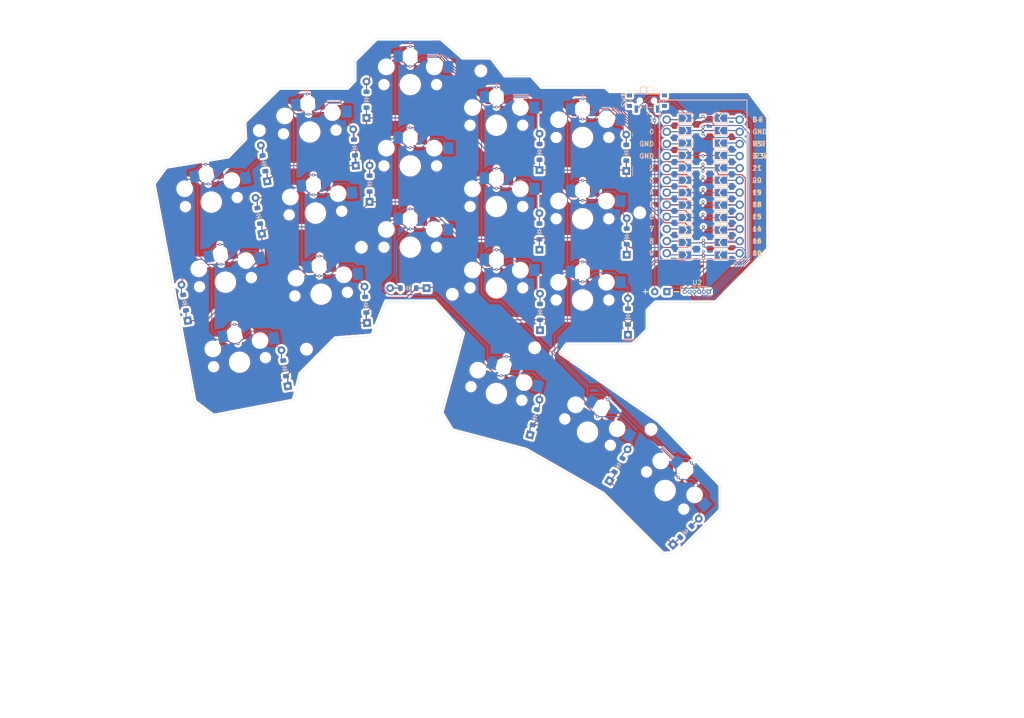
<source format=kicad_pcb>
(kicad_pcb (version 20241229) (generator "pcbnew") (generator_version "9.0")
  (layers (0 "F.Cu" signal) (2 "B.Cu" signal) (13 "F.Paste" user) (15 "B.Paste" user) (5 "F.SilkS" user "F.Silkscreen") (7 "B.SilkS" user "B.Silkscreen") (1 "F.Mask" user) (3 "B.Mask" user) (25 "Edge.Cuts" user))
  (net 0 "")
  (net 1 "Column_4")
  (net 2 "GND")
  (net 3 "Ready_Touch")
  (net 4 "Column_2")
  (net 5 "Column_1")
  (net 6 "V+")
  (net 7 "Row_1")
  (net 8 "Row_4")
  (net 9 "Column_3")
  (net 10 "Row_3")
  (net 11 "Reset_Touch")
  (net 12 "Column_5")
  (net 13 "Data_Touch")
  (net 14 "Net-(D1-A)")
  (net 15 "Net-(D2-A)")
  (net 16 "Net-(D3-A)")
  (net 17 "Net-(D4-A)")
  (net 18 "Net-(D5-A)")
  (net 19 "Net-(D6-A)")
  (net 20 "Net-(D7-A)")
  (net 21 "Net-(D8-A)")
  (net 22 "Net-(D9-A)")
  (net 23 "Net-(D10-A)")
  (net 24 "Net-(D11-A)")
  (net 25 "Net-(D12-A)")
  (net 26 "Net-(D13-A)")
  (net 27 "Net-(D14-A)")
  (net 28 "Net-(D15-A)")
  (net 29 "Net-(D17-A)")
  (net 30 "Net-(D18-A)")
  (net 31 "Net-(D16-A)")
  (net 32 "Row_2")
  (net 33 "Clock_Touch")
  (net 34 "Net-(JP13-B)")
  (net 35 "P18")
  (net 36 "P7")
  (net 37 "P13")
  (net 38 "P17")
  (net 39 "P21")
  (net 40 "P22")
  (net 41 "P3")
  (net 42 "P23")
  (net 43 "P19")
  (net 44 "P5")
  (net 45 "P4")
  (net 46 "P20")
  (net 47 "P9")
  (net 48 "P12")
  (net 49 "P6")
  (net 50 "P16")
  (net 51 "P15")
  (net 52 "P11")
  (net 53 "P1")
  (net 54 "P8")
  (net 55 "P14")
  (net 56 "P10")
  (net 57 "P2")
  (net 66 "P24")
  (net 67 "Net-(BT1-+)")
  (net 68 "Net-(JP25-B)")
  (footprint "ScottoKeebs_Components:Diode_SOD-123" (layer "F.Cu") (at 148.717653 87.998234 90)
    (property "Reference" "D11" (hide yes))
    (property "Value" "Diode")
  )
  (footprint "Jumper:SolderJumper-2_P1.3mm_Open_TrianglePad1.0x1.5mm" (layer "F.Cu") (at 179.175 77.3)
    (property "Reference" "JP6" (hide yes))
    (property "Value" "Jumper_2_Small_Open" (hide yes))
  )
  (footprint "Jumper:SolderJumper-2_P1.3mm_Open_TrianglePad1.0x1.5mm" (layer "F.Cu") (at 186.675 66.9 180)
    (property "Reference" "JP14" (hide yes))
    (property "Value" "Jumper_2_Small_Open" (hide yes))
  )
  (footprint "MountingHole:MountingHole_2.2mm_M2" (layer "F.Cu") (at 172.057054 129.37398 10)
    (property "Reference" "H6" (hide yes))
    (property "Value" "Mounting_Hole")
  )
  (footprint "Jumper:SolderJumper-2_P1.3mm_Open_TrianglePad1.0x1.5mm" (layer "F.Cu") (at 186.675 82.5 180)
    (property "Reference" "JP20" (hide yes))
    (property "Value" "Jumper_2_Small_Open" (hide yes))
  )
  (footprint "Jumper:SolderJumper-2_P1.3mm_Open_TrianglePad1.0x1.5mm" (layer "F.Cu") (at 186.675 64.3 180)
    (property "Reference" "JP13" (hide yes))
    (property "Value" "Jumper_2_Small_Open" (hide yes))
  )
  (footprint "Jumper:SolderJumper-2_P1.3mm_Open_TrianglePad1.0x1.5mm" (layer "F.Cu") (at 186.675 87.7 180)
    (property "Reference" "JP22" (hide yes))
    (property "Value" "Jumper_2_Small_Open" (hide yes))
  )
  (footprint "ScottoKeebs_Scotto:Battery" (layer "F.Cu") (at 174.1 100.6)
    (property "Reference" "BT1" (hide yes))
    (property "Value" "Battery")
  )
  (footprint "MountingHole:MountingHole_2.2mm_M2" (layer "F.Cu") (at 147.729479 112.339629 10)
    (property "Reference" "H5" (hide yes))
    (property "Value" "Mounting_Hole")
  )
  (footprint "ScottoKeebs_Components:Diode_SOD-123" (layer "F.Cu") (at 148.842751 104.832257 90)
    (property "Reference" "D12" (hide yes))
    (property "Value" "Diode")
  )
  (footprint "Jumper:SolderJumper-2_P1.3mm_Open_TrianglePad1.0x1.5mm" (layer "F.Cu") (at 179.175 64.3)
    (property "Reference" "JP1" (hide yes))
    (property "Value" "Jumper_2_Small_Open")
  )
  (footprint "Jumper:SolderJumper-2_P1.3mm_Open_TrianglePad1.0x1.5mm" (layer "F.Cu") (at 179.175 87.7)
    (property "Reference" "JP10" (hide yes))
    (property "Value" "Jumper_2_Small_Open" (hide yes))
  )
  (footprint "Jumper:SolderJumper-2_P1.3mm_Open_TrianglePad1.0x1.5mm" (layer "F.Cu") (at 186.675 85.1 180)
    (property "Reference" "JP21" (hide yes))
    (property "Value" "Jumper_2_Small_Open" (hide yes))
  )
  (footprint "Jumper:SolderJumper-2_P1.3mm_Open_TrianglePad1.0x1.5mm" (layer "F.Cu") (at 186.675 74.7 180)
    (property "Reference" "JP17" (hide yes))
    (property "Value" "Jumper_2_Small_Open" (hide yes))
  )
  (footprint "Jumper:SolderJumper-2_P1.3mm_Open_TrianglePad1.0x1.5mm" (layer "F.Cu") (at 179.175 72.1)
    (property "Reference" "JP4" (hide yes))
    (property "Value" "Jumper_2_Small_Open" (hide yes))
  )
  (footprint "Jumper:SolderJumper-2_P1.3mm_Open_TrianglePad1.0x1.5mm" (layer "F.Cu") (at 186.675 79.9 180)
    (property "Reference" "JP19" (hide yes))
    (property "Value" "Jumper_2_Small_Open" (hide yes))
  )
  (footprint "ScottoKeebs_Components:Diode_SOD-123" (layer "F.Cu") (at 166.875249 71.547392 90)
    (property "Reference" "D13" (hide yes))
    (property "Value" "Diode")
  )
  (footprint "ScottoKeebs_Components:Diode_SOD-123" (layer "F.Cu") (at 110.081825 70.440534 94)
    (property "Reference" "D4" (hide yes))
    (property "Value" "Diode")
  )
  (footprint "MountingHole:MountingHole_2.2mm_M2" (layer "F.Cu") (at 100.054329 112.622631 10)
    (property "Reference" "H7" (hide yes))
    (property "Value" "Mounting_Hole")
  )
  (footprint "Jumper:SolderJumper-2_P1.3mm_Open_TrianglePad1.0x1.5mm" (layer "F.Cu") (at 186.675 72.1 180)
    (property "Reference" "JP16" (hide yes))
    (property "Value" "Jumper_2_Small_Open" (hide yes))
  )
  (footprint "Connector_PinSocket_1.00mm:PinSocket_1x06_P1.00mm_Vertical" (layer "F.Cu") (at 184.1 100.6 -90)
    (property "Reference" "U2")
    (property "Value" "TouchPad")
  )
  (footprint "Jumper:SolderJumper-2_P1.3mm_Open_TrianglePad1.0x1.5mm" (layer "F.Cu") (at 179.175 82.5)
    (property "Reference" "JP8" (hide yes))
    (property "Value" "Jumper_2_Small_Open" (hide yes))
  )
  (footprint "ScottoKeebs_Components:Diode_SOD-123" (layer "F.Cu") (at 112.585725 60.454019 90)
    (property "Reference" "D7" (hide yes))
    (property "Value" "Diode")
  )
  (footprint "MountingHole:MountingHole_2.2mm_M2" (layer "F.Cu") (at 90.2 66.9 10)
    (property "Reference" "H2" (hide yes))
    (property "Value" "Mounting_Hole")
  )
  (footprint "ScottoKeebs_Components:Diode_SOD-123" (layer "F.Cu") (at 179.333476 150.782081 45)
    (property "Reference" "D18" (hide yes))
    (property "Value" "Diode")
  )
  (footprint "Jumper:SolderJumper-2_P1.3mm_Open_TrianglePad1.0x1.5mm" (layer "F.Cu") (at 179.175 85.1)
    (property "Reference" "JP9" (hide yes))
    (property "Value" "Jumper_2_Small_Open" (hide yes))
  )
  (footprint "ScottoKeebs_Components:Diode_SOD-123" (layer "F.Cu") (at 91.171784 73.76473 100)
    (property "Reference" "D1" (hide yes))
    (property "Value" "Diode")
  )
  (footprint "Jumper:SolderJumper-2_P1.3mm_Open_TrianglePad1.0x1.5mm" (layer "F.Cu") (at 186.675 90.3 180)
    (property "Reference" "JP23" (hide yes))
    (property "Value" "Jumper_2_Small_Open" (hide yes))
  )
  (footprint "Jumper:SolderJumper-2_P1.3mm_Open_TrianglePad1.0x1.5mm" (layer "F.Cu") (at 179.175 74.7)
    (property "Reference" "JP5" (hide yes))
    (property "Value" "Jumper_2_Small_Open" (hide yes))
  )
  (footprint "ScottoKeebs_Components:Diode_SOD-123" (layer "F.Cu") (at 166.976553 89.043489 90)
    (property "Reference" "D14" (hide yes))
    (property "Value" "Diode")
  )
  (footprint "Jumper:SolderJumper-2_P1.3mm_Open_TrianglePad1.0x1.5mm" (layer "F.Cu") (at 186.675 69.5 180)
    (property "Reference" "JP15" (hide yes))
    (property "Value" "Jumper_2_Small_Open" (hide yes))
  )
  (footprint "ScottoKeebs_Components:Diode_SOD-123" (layer "F.Cu") (at 167.229634 105.806324 90)
    (property "Reference" "D15" (hide yes))
    (property "Value" "Diode")
  )
  (footprint "ScottoKeebs_Components:Diode_SOD-123" (layer "F.Cu") (at 113.243665 78.006429 90)
    (property "Reference" "D8" (hide yes))
    (property "Value" "Diode")
  )
  (footprint "ScottoKeebs_Components:Diode_SOD-123" (layer "F.Cu") (at 148.74337 71.36602 90)
    (property "Reference" "D10" (hide yes))
    (property "Value" "Diode")
  )
  (footprint "ScottoKeebs_Components:Diode_SOD-123" (layer "F.Cu") (at 95.480321 116.627746 100)
    (property "Reference" "D3" (hide yes))
    (property "Value" "Diode")
  )
  (footprint "ScottoKeebs_Components:Diode_SOD-123" (layer "F.Cu") (at 165.255211 136.868973 60)
    (property "Reference" "D17" (hide yes))
    (property "Value" "Diode")
  )
  (footprint "Jumper:SolderJumper-2_P1.3mm_Open_TrianglePad1.0x1.5mm" (layer "F.Cu") (at 179.175 92.9)
    (property "Reference" "JP12" (hide yes))
    (property "Value" "Jumper_2_Small_Open" (hide yes))
  )
  (footprint "Library:Choc_Hotswap" (layer "F.Cu") (at 157.735165 85.341578)
    (property "Reference" "S14" (hide yes))
    (property "Value" "Keyswitch" (hide yes))
  )
  (footprint "ScottoKeebs_MCU:Nice_Nano_V2" (layer "F.Cu") (at 182.954714 78.30578)
    (property "Reference" "U1" (hide yes))
    (property "Value" "Nice_Nano_V2" (hide yes))
  )
  (footprint "ScottoKeebs_Components:Diode_SOD-123" (layer "F.Cu") (at 121.334187 99.84681 180)
    (property "Reference" "D9" (hide yes))
    (property "Value" "Diode")
  )
  (footprint "MountingHole:MountingHole_2.2mm_M2" (layer "F.Cu") (at 136.499429 54.40962 10)
    (property "Reference" "H3" (hide yes))
    (property "Value" "Mounting_Hole")
  )
  (footprint "ScottoKeebs_Components:Diode_SOD-123" (layer "F.Cu") (at 74.578754 102.89869 100)
    (property "Reference" "D2" (hide yes))
    (property "Value" "Diode")
  )
  (footprint "Jumper:SolderJumper-2_P1.3mm_Open_TrianglePad1.0x1.5mm" (layer "F.Cu") (at 179.175 69.5)
    (property "Reference" "JP3" (hide yes))
    (property "Value" "Jumper_2_Small_Open" (hide yes))
  )
  (footprint "Jumper:SolderJumper-2_P1.3mm_Open_TrianglePad1.0x1.5mm" (layer "F.Cu") (at 179.175 90.3)
    (property "Reference" "JP11" (hide yes))
    (property "Value" "Jumper_2_Small_Open" (hide yes))
  )
  (footprint "MountingHole:MountingHole_2.2mm_M2" (layer "F.Cu") (at 169.7 84.1 10)
    (property "Reference" "H4" (hide yes))
    (property "Value" "Mounting_Hole")
  )
  (footprint "ScottoKeebs_Components:Diode_SOD-123" (layer "F.Cu") (at 112.429143 103.332631 94)
    (property "Reference" "D6" (hide yes))
    (property "Value" "Diode")
  )
  (footprint "MountingHole:MountingHole_2.2mm_M2" (layer "F.Cu") (at 130.526289 101.157043 10)
    (property "Reference" "H8" (hide yes))
    (property "Value" "Mounting_Hole")
  )
  (footprint "Jumper:SolderJumper-2_P1.3mm_Open_TrianglePad1.0x1.5mm" (layer "F.Cu") (at 179.175 66.9)
    (property "Reference" "JP2" (hide yes))
    (property "Value" "Jumper_2_Small_Open" (hide yes))
  )
  (footprint "ScottoKeebs_Components:Diode_SOD-123" (layer "F.Cu") (at 147.748788 126.861488 75)
    (property "Reference" "D16" (hide yes))
    (property "Value" "Diode")
  )
  (footprint "Jumper:SolderJumper-2_P1.3mm_Open_TrianglePad1.0x1.5mm" (layer "F.Cu") (at 179.175 79.9)
    (property "Reference" "JP7" (hide yes))
    (property "Value" "Jumper_2_Small_Open" (hide yes))
  )
  (footprint "MountingHole:MountingHole_2.2mm_M2" (layer "F.Cu") (at 111.52713 91.306561 10)
    (property "Reference" "H1" (hide yes))
    (property "Value" "Mounting_Hole")
  )
  (footprint "Jumper:SolderJumper-2_P1.3mm_Open_TrianglePad1.0x1.5mm" (layer "F.Cu") (at 186.675 77.3 180)
    (property "Reference" "JP18" (hide yes))
    (property "Value" "Jumper_2_Small_Open" (hide yes))
  )
  (footprint "Jumper:SolderJumper-2_P1.3mm_Open_TrianglePad1.0x1.5mm" (layer "F.Cu") (at 186.675 92.9 180)
    (property "Reference" "JP24" (hide yes))
    (property "Value" "Jumper_2_Small_Open" (hide yes))
  )
  (footprint "Button_Switch_SMD:SW_SPDT_PCM12" (layer "F.Cu") (at 171.2 60.975 180)
    (property "Reference" "SW1")
    (property "Value" "Switch")
  )
  (footprint "ScottoKeebs_Components:Diode_SOD-123" (layer "F.Cu") (at 90.059764 84.734485 100)
    (property "Reference" "D5" (hide yes))
    (property "Value" "Diode")
  )
  (footprint "ScottoKeebs_Components:Diode_DO-35" (layer "B.Cu") (at 176.639395 153.476158 45)
    (property "Reference" "D18a1" (hide yes))
    (property "Value" "Diode" (hide yes))
  )
  (footprint "ScottoKeebs_Components:Diode_SOD-123" (layer "B.Cu") (at 95.480321 116.627746 100)
    (property "Reference" "D3" (hide yes))
    (property "Value" "Diode")
  )
  (footprint "ScottoKeebs_Components:Diode_SOD-123" (layer "B.Cu") (at 91.171784 73.76473 100)
    (property "Reference" "D1" (hide yes))
    (property "Value" "Diode")
  )
  (footprint "Jumper:SolderJumper-2_P1.3mm_Open_TrianglePad1.0x1.5mm" (layer "B.Cu") (at 179.175 87.7)
    (property "Reference" "JP34" (hide yes))
    (property "Value" "Jumper_2_Small_Open" (hide yes))
  )
  (footprint "Jumper:SolderJumper-2_P1.3mm_Open_TrianglePad1.0x1.5mm" (layer "B.Cu") (at 186.675 77.3 180)
    (property "Reference" "JP42" (hide yes))
    (property "Value" "Jumper_2_Small_Open" (hide yes))
  )
  (footprint "ScottoKeebs_Components:Diode_DO-35" (layer "B.Cu") (at 90.721363 88.486603 100)
    (property "Reference" "D5a1" (hide yes))
    (property "Value" "Diode" (hide yes))
  )
  (footprint "ScottoKeebs_Components:Diode_DO-35" (layer "B.Cu") (at 125.144191 99.846809 180)
    (property "Reference" "D9a1" (hide yes))
    (property "Value" "Diode" (hide yes))
  )
  (footprint "ScottoKeebs_Components:Diode_SOD-123" (layer "B.Cu") (at 148.842751 104.832257 90)
    (property "Reference" "D12" (hide yes))
    (property "Value" "Diode")
  )
  (footprint "ScottoKeebs_Components:Diode_SOD-123" (layer "B.Cu") (at 165.255208 136.868975 60)
    (property "Reference" "D17" (hide yes))
    (property "Value" "Diode")
  )
  (footprint "ScottoKeebs_Components:Diode_SOD-123" (layer "B.Cu") (at 112.429143 103.332631 94)
    (property "Reference" "D6" (hide yes))
    (property "Value" "Diode")
  )
  (footprint "ScottoKeebs_Components:Diode_DO-35" (layer "B.Cu") (at 167.229635 109.616324 90)
    (property "Reference" "D15a1" (hide yes))
    (property "Value" "Diode" (hide yes))
  )
  (footprint "ScottoKeebs_Components:Diode_SOD-123" (layer "B.Cu") (at 112.585725 60.454019 90)
    (property "Reference" "D7" (hide yes))
    (property "Value" "Diode")
  )
  (footprint "ScottoKeebs_Components:Diode_SOD-123" (layer "B.Cu") (at 110.081825 70.440534 94)
    (property "Reference" "D4" (hide yes))
    (property "Value" "Diode")
  )
  (footprint "Jumper:SolderJumper-2_P1.3mm_Open_TrianglePad1.0x1.5mm" (layer "B.Cu") (at 186.675 82.5 180)
    (property "Reference" "JP44" (hide yes))
    (property "Value" "Jumper_2_Small_Open" (hide yes))
  )
  (footprint "Jumper:SolderJumper-2_P1.3mm_Open_TrianglePad1.0x1.5mm" (layer "B.Cu") (at 179.175 64.3)
    (property "Reference" "JP25" (hide yes))
    (property "Value" "Jumper_2_Small_Open" (hide yes))
  )
  (footprint "Jumper:SolderJumper-2_P1.3mm_Open_TrianglePad1.0x1.5mm" (layer "B.Cu") (at 186.675 66.9 180)
    (property "Reference" "JP38" (hide yes))
    (property "Value" "Jumper_2_Small_Open" (hide yes))
  )
  (footprint "ScottoKeebs_Components:Diode_DO-35" (layer "B.Cu") (at 91.83338 77.516848 100)
    (property "Reference" "D1a1" (hide yes))
    (property "Value" "Diode" (hide yes))
  )
  (footprint "ScottoKeebs_Components:Diode_SOD-123" (layer "B.Cu") (at 147.748784 126.861488 75)
    (property "Reference" "D16" (hide yes))
    (property "Value" "Diode")
  )
  (footprint "Library:Choc_Hotswap" (layer "B.Cu") (at 139.735165 99.791578 180)
    (property "Reference" "S12" (hide yes))
    (property "Value" "Keyswitch" (hide yes))
  )
  (footprint "ScottoKeebs_Components:Diode_SOD-123" (layer "B.Cu") (at 148.717653 87.998234 90)
    (property "Reference" "D11" (hide yes))
    (property "Value" "Diode")
  )
  (footprint "ScottoKeebs_Components:Diode_DO-35" (layer "B.Cu") (at 146.762684 130.541666 75)
    (property "Reference" "D16a1" (hide yes))
    (property "Value" "Diode" (hide yes))
  )
  (footprint "Jumper:SolderJumper-2_P1.3mm_Open_TrianglePad1.0x1.5mm" (layer "B.Cu") (at 186.675 90.3 180)
    (property "Reference" "JP47" (hide yes))
    (property "Value" "Jumper_2_Small_Open" (hide yes))
  )
  (footprint "ScottoKeebs_Components:Diode_DO-35" (layer "B.Cu") (at 96.136707 120.35032 100)
    (property "Reference" "D3a1" (hide yes))
    (property "Value" "Diode" (hide yes))
  )
  (footprint "Jumper:SolderJumper-2_P1.3mm_Open_TrianglePad1.0x1.5mm" (layer "B.Cu") (at 179.175 66.9)
    (property "Reference" "JP26" (hide yes))
    (property "Value" "Jumper_2_Small_Open" (hide yes))
  )
  (footprint "ScottoKeebs_Components:Diode_DO-35" (layer "B.Cu") (at 112.585726 64.264019 90)
    (property "Reference" "D7a1" (hide yes))
    (property "Value" "Diode" (hide yes))
  )
  (footprint "Jumper:SolderJumper-2_P1.3mm_Open_TrianglePad1.0x1.5mm" (layer "B.Cu") (at 179.175 72.1)
    (property "Reference" "JP28" (hide yes))
    (property "Value" "Jumper_2_Small_Open" (hide yes))
  )
  (footprint "ScottoKeebs_Components:Diode_DO-35" (layer "B.Cu") (at 110.347594 74.241253 94)
    (property "Reference" "D4a1" (hide yes))
    (property "Value" "Diode" (hide yes))
  )
  (footprint "Jumper:SolderJumper-2_P1.3mm_Open_TrianglePad1.0x1.5mm" (layer "B.Cu") (at 186.675 69.5 180)
    (property "Reference" "JP39" (hide yes))
    (property "Value" "Jumper_2_Small_Open" (hide yes))
  )
  (footprint "ScottoKeebs_Components:Diode_DO-35" (layer "B.Cu") (at 166.976554 92.853489 90)
    (property "Reference" "D14a1" (hide yes))
    (property "Value" "Diode" (hide yes))
  )
  (footprint "Jumper:SolderJumper-2_P1.3mm_Open_TrianglePad1.0x1.5mm" (layer "B.Cu") (at 179.175 82.5)
    (property "Reference" "JP32" (hide yes))
    (property "Value" "Jumper_2_Small_Open" (hide yes))
  )
  (footprint "ScottoKeebs_Components:Diode_DO-35" (layer "B.Cu") (at 163.350207 140.168531 60)
    (property "Reference" "D17a1" (hide yes))
    (property "Value" "Diode" (hide yes))
  )
  (footprint "Jumper:SolderJumper-2_P1.3mm_Open_TrianglePad1.0x1.5mm" (layer "B.Cu") (at 186.675 74.7 180)
    (property "Reference" "JP41" (hide yes))
    (property "Value" "Jumper_2_Small_Open" (hide yes))
  )
  (footprint "Jumper:SolderJumper-2_P1.3mm_Open_TrianglePad1.0x1.5mm" (layer "B.Cu") (at 186.675 64.3 180)
    (property "Reference" "JP37" (hide yes))
    (property "Value" "Jumper_2_Small_Open" (hide yes))
  )
  (footprint "Library:Choc_Hotswap" (layer "B.Cu") (at 139.735164 82.791578 180)
    (property "Reference" "S11" (hide yes))
    (property "Value" "Keyswitch" (hide yes))
  )
  (footprint "ScottoKeebs_Components:Diode_DO-35" (layer "B.Cu") (at 75.240353 106.650808 100)
    (property "Reference" "D2a1" (hide yes))
    (property "Value" "Diode" (hide yes))
  )
  (footprint "Library:Choc_Hotswap" (layer "B.Cu") (at 157.735165 68.341578 180)
    (property "Reference" "S13" (hide yes))
    (property "Value" "Keyswitch" (hide yes))
  )
  (footprint "Library:Choc_Hotswap" (layer "B.Cu") (at 139.735699 121.892225 165)
    (property "Reference" "S16" (hide yes))
    (property "Value" "Keyswitch" (hide yes))
  )
  (footprint "ScottoKeebs_Components:Diode_DO-35" (layer "B.Cu") (at 113.243665 81.81643 90)
    (property "Reference" "D8a1" (hide yes))
    (property "Value" "Diode" (hide yes))
  )
  (footprint "Jumper:SolderJumper-2_P1.3mm_Open_TrianglePad1.0x1.5mm" (layer "B.Cu") (at 186.675 79.9 180)
    (property "Reference" "JP43" (hide yes))
    (property "Value" "Jumper_2_Small_Open" (hide yes))
  )
  (footprint "Library:Choc_Hotswap" (layer "B.Cu") (at 139.735164 65.791578 180)
    (property "Reference" "S10" (hide yes))
    (property "Value" "Keyswitch" (hide yes))
  )
  (footprint "Library:Choc_Hotswap" (layer "B.Cu") (at 157.735165 102.341578 180)
    (property "Reference" "S15" (hide yes))
    (property "Value" "Keyswitch" (hide yes))
  )
  (footprint "Library:Choc_Hotswap" (layer "B.Cu") (at 158.788189 129.967036 150)
    (property "Reference" "S17" (hide yes))
    (property "Value" "Keyswitch" (hide yes))
  )
  (footprint "Jumper:SolderJumper-2_P1.3mm_Open_TrianglePad1.0x1.5mm" (layer "B.Cu") (at 179.175 74.7)
    (property "Reference" "JP29" (hide yes))
    (property "Value" "Jumper_2_Small_Open" (hide yes))
  )
  (footprint "ScottoKeebs_Components:Diode_SOD-123" (layer "B.Cu") (at 74.578754 102.89869 100)
    (property "Reference" "D2" (hide yes))
    (property "Value" "Diode")
  )
  (footprint "ScottoKeebs_Components:Diode_DO-35" (layer "B.Cu") (at 148.717653 91.808233 90)
    (property "Reference" "D11a1" (hide yes))
    (property "Value" "Diode" (hide yes))
  )
  (footprint "ScottoKeebs_Components:Diode_DO-35" (layer "B.Cu") (at 148.743371 75.17602 90)
    (property "Reference" "D10a1" (hide yes))
    (property "Value" "Diode" (hide yes))
  )
  (footprint "ScottoKeebs_Components:Diode_SOD-123" (layer "B.Cu") (at 179.333476 150.782081 45)
    (property "Reference" "D18" (hide yes))
    (property "Value" "Diode")
  )
  (footprint "ScottoKeebs_Components:Diode_SOD-123" (layer "B.Cu") (at 113.243665 78.006429 90)
    (property "Reference" "D8" (hide yes))
    (property "Value" "Diode")
  )
  (footprint "ScottoKeebs_Components:Diode_DO-35" (layer "B.Cu") (at 148.842752 108.642258 90)
    (property "Reference" "D12a1" (hide yes))
    (property "Value" "Diode" (hide yes))
  )
  (footprint "Jumper:SolderJumper-2_P1.3mm_Open_TrianglePad1.0x1.5mm" (layer "B.Cu") (at 186.675 72.1 180)
    (property "Reference" "JP40" (hide yes))
    (property "Value" "Jumper_2_Small_Open" (hide yes))
  )
  (footprint "ScottoKeebs_Components:Diode_SOD-123" (layer "B.Cu") (at 121.334187 99.84681 180)
    (property "Reference" "D9" (hide yes))
    (property "Value" "Diode")
  )
  (footprint "ScottoKeebs_Components:Diode_SOD-123" (layer "B.Cu") (at 167.229634 105.806324 90)
    (property "Reference" "D15" (hide yes))
    (property "Value" "Diode")
  )
  (footprint "Jumper:SolderJumper-2_P1.3mm_Open_TrianglePad1.0x1.5mm" (layer "B.Cu") (at 186.675 92.9 180)
    (property "Reference" "JP48" (hide yes))
    (property "Value" "Jumper_2_Small_Open" (hide yes))
  )
  (footprint "ScottoKeebs_Components:Diode_DO-35" (layer "B.Cu") (at 112.694912 107.133351 94)
    (property "Reference" "D6a1" (hide yes))
    (property "Value" "Diode" (hide yes))
  )
  (footprint "Library:Choc_Hotswap" (layer "B.Cu") (at 80.160193 81.859856 -170)
    (property "Reference" "S1" (hide yes))
    (property "Value" "Keyswitch" (hide yes))
  )
  (footprint "Library:Choc_Hotswap" (layer "B.Cu") (at 121.735166 74.291578 180)
    (property "Reference" "S8" (hide yes))
    (property "Value" "Keyswitch" (hide yes))
  )
  (footprint "Jumper:SolderJumper-2_P1.3mm_Open_TrianglePad1.0x1.5mm" (layer "B.Cu") (at 179.175 79.9)
    (property "Reference" "JP31" (hide yes))
    (property "Value" "Jumper_2_Small_Open" (hide yes))
  )
  (footprint "ScottoKeebs_Components:Diode_SOD-123" (layer "B.Cu") (at 90.059764 84.734486 100)
    (property "Reference" "D5" (hide yes))
    (property "Value" "Diode")
  )
  (footprint "Jumper:SolderJumper-2_P1.3mm_Open_TrianglePad1.0x1.5mm" (layer "B.Cu") (at 179.175 85.1)
    (property "Reference" "JP33" (hide yes))
    (property "Value" "Jumper_2_Small_Open" (hide yes))
  )
  (footprint "Jumper:SolderJumper-2_P1.3mm_Open_TrianglePad1.0x1.5mm" (layer "B.Cu") (at 179.175 92.9)
    (property "Reference" "JP36" (hide yes))
    (property "Value" "Jumper_2_Small_Open" (hide yes))
  )
  (footprint "Button_Switch_SMD:SW_SPDT_PCM12" (layer "B.Cu") (at 171.2 60.975)
    (property "Reference" "SW2")
    (property "Value" "Switch")
  )
  (footprint "Library:Choc_Hotswap" (layer "B.Cu") (at 83.112212 98.601588 -170)
    (property "Reference" "S2" (hide yes))
    (property "Value" "Keyswitch" (hide yes))
  )
  (footprint "Library:Choc_Hotswap" (layer "B.Cu") (at 86.064231 115.34332 -170)
    (property "Reference" "S3" (hide yes))
    (property "Value" "Keyswitch" (hide yes))
  )
  (footprint "ScottoKeebs_Components:Diode_SOD-123" (layer "B.Cu") (at 166.875249 71.547392 90)
    (property "Reference" "D13" (hide yes))
    (property "Value" "Diode")
  )
  (footprint "Jumper:SolderJumper-2_P1.3mm_Open_TrianglePad1.0x1.5mm" (layer "B.Cu") (at 179.175 69.5)
    (property "Reference" "JP27" (hide yes))
    (property "Value" "Jumper_2_Small_Open" (hide yes))
  )
  (footprint "Jumper:SolderJumper-2_P1.3mm_Open_TrianglePad1.0x1.5mm" (layer "B.Cu") (at 179.175 90.3)
    (property "Reference" "JP35" (hide yes))
    (property "Value" "Jumper_2_Small_Open" (hide yes))
  )
  (footprint "ScottoKeebs_Components:Diode_DO-35" (layer "B.Cu") (at 166.87525 75.357392 90)
    (property "Reference" "D13a1" (hide yes))
    (property "Value" "Diode" (hide yes))
  )
  (footprint "Jumper:SolderJumper-2_P1.3mm_Open_TrianglePad1.0x1.5mm" (layer "B.Cu") (at 179.175 77.3)
    (property "Reference" "JP30" (hide yes))
    (property "Value" "Jumper_2_Small_Open" (hide yes))
  )
  (footprint "ScottoKeebs_Components:Diode_SOD-123" (layer "B.Cu") (at 166.976553 89.043489 90)
    (property "Reference" "D14" (hide yes))
    (property "Value" "Diode")
  )
  (footprint "Library:Choc_Hotswap" (layer "B.Cu") (at 175.00233 142.17108 135)
    (property "Reference" "S18" (hide yes))
    (property "Value" "Keyswitch" (hide yes))
  )
  (footprint "Library:Choc_Hotswap" (layer "B.Cu") (at 121.735165 57.291577 180)
    (property "Reference" "S7" (hide yes))
    (property "Value" "Keyswitch" (hide yes))
  )
  (footprint "Library:Choc_Hotswap" (layer "B.Cu") (at 121.735165 91.291578 180)
    (property "Reference" "S9" (hide yes))
    (property "Value" "Keyswitch" (hide yes))
  )
  (footprint "Jumper:SolderJumper-2_P1.3mm_Open_TrianglePad1.0x1.5mm" (layer "B.Cu") (at 186.675 85.1 180)
    (property "Reference" "JP45" (hide yes))
    (property "Value" "Jumper_2_Small_Open" (hide yes))
  )
  (footprint "Library:Choc_Hotswap" (layer "B.Cu") (at 103.114841 101.114234 -176)
    (property "Reference" "S6" (hide yes))
    (property "Value" "Keyswitch" (hide yes))
  )
  (footprint "Library:Choc_Hotswap" (layer "B.Cu") (at 100.743121 67.197057 -176)
    (property "Reference" "S4" (hide yes))
    (property "Value" "Keyswitch" (hide yes))
  )
  (footprint "ScottoKeebs_Components:Diode_SOD-123" (layer "B.Cu") (at 148.74337 71.36602 90)
    (property "Reference" "D10" (hide yes))
    (property "Value" "Diode")
  )
  (footprint "Library:Choc_Hotswap" (layer "B.Cu") (at 101.928982 84.155646 -176)
    (property "Reference" "S5" (hide yes))
    (property "Value" "Keyswitch" (hide yes))
  )
  (footprint "Jumper:SolderJumper-2_P1.3mm_Open_TrianglePad1.0x1.5mm" (layer "B.Cu") (at 186.675 87.7 180)
    (property "Reference" "JP46" (hide yes))
    (property "Value" "Jumper_2_Small_Open" (hide yes))
  )
  (gr_poly (pts (xy 156.5 57.7) (xy 149.2 57.7) (xy 147 55.3) (xy 141.5 55.3) (xy 138.7 51.6) (xy 132.7 51.6) (xy 128.2 47.6) (xy 114.625 47.6) (xy 110 52.225) (xy 110 56.4) (xy 108.6 57.9) (xy 94.3 57.9) (xy 87 65.1) (xy 87.2 68.6) (xy 83.647019 72.275499) (xy 70.631033 74.44483) (xy 68.044108 78.001852) (xy 76.594987 123.604623) (xy 80.6 126.6) (xy 97.4 123.4) (xy 98.8 117.8) (xy 106.1 110.4) (xy 113.8 109.8) (xy 116.7 102.7) (xy 126.8 102.7) (xy 132.7 109.3) (xy 128.2 125.9) (xy 130.4 129.6) (xy 145.9 133.7) (xy 162 142.9) (xy 174.516127 155.416127) (xy 177.658641 155.294488) (xy 186.660707 146.24479) (xy 186.6 141) (xy 173.7 127.6) (xy 153.2 113.4) (xy 154.481516 111.7) (xy 168.3 111.7) (xy 171.4 108.6) (xy 171.4 104.525) (xy 173.025 102.9) (xy 185.600002 102.9) (xy 196.6 91.698168) (xy 196.6 64.1) (xy 192.50196 58.6) (xy 163.481817 58.6) (xy 162.5 57.7)) (stroke (width 0.05)) (fill no) (layer "Edge.Cuts"))
  (segment (start 168.37725 66.672503) (end 161.353747 59.649) (width 0.2) (layer "F.Cu") (net 1))
  (segment (start 139.751438 57.816641) (end 141.260227 57.816641) (width 0.2) (layer "F.Cu") (net 1))
  (segment (start 141.260227 74.816641) (end 143.235164 76.791578) (width 0.2) (layer "F.Cu") (net 1))
  (segment (start 171.086658 81.21848) (end 168.37725 78.509072) (width 0.2) (layer "F.Cu") (net 1))
  (segment (start 179.9 82.5) (end 179.9 81.745) (width 0.2) (layer "F.Cu") (net 1))
  (segment (start 141.260227 57.816641) (end 143.235164 59.791578) (width 0.2) (layer "F.Cu") (net 1))
  (segment (start 143.377742 59.649) (end 143.235164 59.791578) (width 0.2) (layer "F.Cu") (net 1))
  (segment (start 139.751438 74.816641) (end 141.260227 74.816641) (width 0.2) (layer "F.Cu") (net 1))
  (segment (start 141.260228 91.816641) (end 143.235165 93.791578) (width 0.2) (layer "F.Cu") (net 1))
  (segment (start 182.9 82.1) (end 182.5 82.5) (width 0.2) (layer "F.Cu") (net 1))
  (segment (start 164.819278 125.025148) (end 164.819278 126.520884) (width 0.2) (layer "F.Cu") (net 1))
  (segment (start 182.5 82.5) (end 180.3 82.5) (width 0.2) (layer "F.Cu") (net 1))
  (segment (start 139.751438 91.816641) (end 141.260228 91.816641) (width 0.2) (layer "F.Cu") (net 1))
  (segment (start 161.353747 59.649) (end 143.377742 59.649) (width 0.2) (layer "F.Cu") (net 1))
  (segment (start 179.37348 81.21848) (end 171.086658 81.21848) (width 0.2) (layer "F.Cu") (net 1))
  (segment (start 163.019407 123.225277) (end 164.819278 125.025148) (width 0.2) (layer "F.Cu") (net 1))
  (segment (start 182.9 81.8) (end 182.9 82.1) (width 0.2) (layer "F.Cu") (net 1))
  (segment (start 168.37725 78.509072) (end 168.37725 66.672503) (width 0.2) (layer "F.Cu") (net 1))
  (segment (start 179.9 81.745) (end 179.37348 81.21848) (width 0.2) (layer "F.Cu") (net 1))
  (via (at 139.751438 74.816641) (size 0.6) (drill 0.3) (layers "F.Cu" "B.Cu") (net 1))
  (via (at 139.751438 57.816641) (size 0.6) (drill 0.3) (layers "F.Cu" "B.Cu") (net 1))
  (via (at 139.751438 91.816641) (size 0.6) (drill 0.3) (layers "F.Cu" "B.Cu") (net 1))
  (via (at 163.019407 123.225277) (size 0.6) (drill 0.3) (layers "F.Cu" "B.Cu") (net 1))
  (via (at 182.9 81.8) (size 0.6) (drill 0.3) (layers "F.Cu" "B.Cu") (net 1))
  (segment (start 183.3 82.5) (end 185.5 82.5) (width 0.2) (layer "B.Cu") (net 1))
  (segment (start 136.235164 76.791578) (end 138.210101 74.816641) (width 0.2) (layer "B.Cu") (net 1))
  (segment (start 136.611164 60.167578) (end 136.611164 93.415579) (width 0.2) (layer "B.Cu") (net 1))
  (segment (start 182.9 82.1) (end 183.3 82.5) (width 0.2) (layer "B.Cu") (net 1))
  (segment (start 159.672164 122.10582) (end 161.89995 122.10582) (width 0.2) (layer "B.Cu") (net 1))
  (segment (start 140.666072 102.667578) (end 138.543887 102.667578) (width 0.2) (layer "B.Cu") (net 1))
  (segment (start 158.7571 123.020884) (end 158.7571 120.758606) (width 0.2) (layer "B.Cu") (net 1))
  (segment (start 138.210101 74.816641) (end 139.751438 74.816641) (width 0.2) (layer "B.Cu") (net 1))
  (segment (start 136.235164 59.791578) (end 136.611164 60.167578) (width 0.2) (layer "B.Cu") (net 1))
  (segment (start 136.235164 59.791578) (end 138.210101 57.816641) (width 0.2) (layer "B.Cu") (net 1))
  (segment (start 136.611165 100.734856) (end 136.611165 94.167578) (width 0.2) (layer "B.Cu") (net 1))
  (segment (start 161.89995 122.10582) (end 163.019407 123.225277) (width 0.2) (layer "B.Cu") (net 1))
  (segment (start 182.9 81.8) (end 182.9 82.1) (width 0.2) (layer "B.Cu") (net 1))
  (segment (start 136.611164 93.415579) (end 136.235165 93.791578) (width 0.2) (layer "B.Cu") (net 1))
  (segment (start 136.235165 93.791578) (end 138.210102 91.816641) (width 0.2) (layer "B.Cu") (net 1))
  (segment (start 138.543887 102.667578) (end 136.611165 100.734856) (width 0.2) (layer "B.Cu") (net 1))
  (segment (start 136.611165 94.167578) (end 136.235165 93.791578) (width 0.2) (layer "B.Cu") (net 1))
  (segment (start 138.210102 91.816641) (end 139.751438 91.816641) (width 0.2) (layer "B.Cu") (net 1))
  (segment (start 138.210101 57.816641) (end 139.751438 57.816641) (width 0.2) (layer "B.Cu") (net 1))
  (segment (start 158.7571 120.758606) (end 140.666072 102.667578) (width 0.2) (layer "B.Cu") (net 1))
  (segment (start 158.7571 123.020884) (end 159.672164 122.10582) (width 0.2) (layer "B.Cu") (net 1))
  (segment (start 184.3 66.9) (end 184.5 66.9) (width 0.2) (layer "F.Cu") (net 2))
  (segment (start 182.9 67.6) (end 182.9 67.3) (width 0.2) (layer "F.Cu") (net 2))
  (segment (start 183.3 66.9) (end 185.3 66.9) (width 0.2) (layer "F.Cu") (net 2))
  (segment (start 182.9 67.3) (end 183.3 66.9) (width 0.2) (layer "F.Cu") (net 2))
  (segment (start 184.3 66.9) (end 185.5 66.9) (width 0.2) (layer "F.Cu") (net 2))
  (segment (start 183.3 66.9) (end 184.3 66.9) (width 0.2) (layer "F.Cu") (net 2))
  (via (at 182.9 67.6) (size 0.6) (drill 0.3) (layers "F.Cu" "B.Cu") (net 2))
  (segment (start 182.5 66.9) (end 182.9 67.3) (width 0.2) (layer "B.Cu") (net 2))
  (segment (start 182.9 67.6) (end 183.633079 68.333079) (width 0.2) (layer "B.Cu") (net 2))
  (segment (start 192.153014 69.609126) (end 192.153014 93.209533) (width 0.2) (layer "B.Cu") (net 2))
  (segment (start 192.153014 93.209533) (end 185.331274 100.031273) (width 0.2) (layer "B.Cu") (net 2))
  (segment (start 182.1 99.99896) (end 182.1 100.6) (width 0.2) (layer "B.Cu") (net 2))
  (segment (start 184.826 101.326) (end 182.79928 101.326) (width 0.2) (layer "B.Cu") (net 2))
  (segment (start 185.331274 100.820726) (end 184.826 101.326) (width 0.2) (layer "B.Cu") (net 2))
  (segment (start 181.975039 99.873999) (end 182.1 99.99896) (width 0.2) (layer "B.Cu") (net 2))
  (segment (start 176.096001 99.873999) (end 181.975039 99.873999) (width 0.2) (layer "B.Cu") (net 2))
  (segment (start 182.9 67.3) (end 182.9 67.6) (width 0.2) (layer "B.Cu") (net 2))
  (segment (start 175.37 100.6) (end 176.096001 99.873999) (width 0.2) (layer "B.Cu") (net 2))
  (segment (start 182.79928 101.326) (end 182.1 100.62672) (width 0.2) (layer "B.Cu") (net 2))
  (segment (start 182.5 66.9) (end 180.3 66.9) (width 0.2) (layer "B.Cu") (net 2))
  (segment (start 183.633079 68.333079) (end 190.876967 68.333079) (width 0.2) (layer "B.Cu") (net 2))
  (segment (start 182.1 100.62672) (end 182.1 100.6) (width 0.2) (layer "B.Cu") (net 2))
  (segment (start 190.876967 68.333079) (end 192.153014 69.609126) (width 0.2) (layer "B.Cu") (net 2))
  (segment (start 185.331274 100.031273) (end 185.331274 100.820726) (width 0.2) (layer "B.Cu") (net 2))
  (segment (start 183.4 90.4) (end 185.4 90.4) (width 0.2) (layer "F.Cu") (net 3))
  (segment (start 184.4 90.4) (end 185.6 90.4) (width 0.2) (layer "F.Cu") (net 3))
  (segment (start 183 91) (end 183 90.8) (width 0.2) (layer "F.Cu") (net 3))
  (segment (start 183 90.8) (end 183.4 90.4) (width 0.2) (layer "F.Cu") (net 3))
  (segment (start 183.4 90.4) (end 184.4 90.4) (width 0.2) (layer "F.Cu") (net 3))
  (segment (start 184.4 90.4) (end 184.6 90.4) (width 0.2) (layer "F.Cu") (net 3))
  (via (at 183 91) (size 0.6) (drill 0.3) (layers "F.Cu" "B.Cu") (net 3))
  (segment (start 191.752014 93.043433) (end 184.195447 100.6) (width 0.2) (layer "B.Cu") (net 3))
  (segment (start 183 91) (end 183.356 91.356) (width 0.2) (layer "B.Cu") (net 3))
  (segment (start 191.039889 91.356) (end 191.752014 92.068125) (width 0.2) (layer "B.Cu") (net 3))
  (segment (start 183.356 91.356) (end 191.039889 91.356) (width 0.2) (layer "B.Cu") (net 3))
  (segment (start 182.6 90.4) (end 180.4 90.4) (width 0.2) (layer "B.Cu") (net 3))
  (segment (start 191.752014 92.068125) (end 191.752014 93.043433) (width 0.2) (layer "B.Cu") (net 3))
  (segment (start 184.195447 100.6) (end 184.1 100.6) (width 0.2) (layer "B.Cu") (net 3))
  (segment (start 183 90.8) (end 182.6 90.4) (width 0.2) (layer "B.Cu") (net 3))
  (segment (start 183 91) (end 183 90.8) (width 0.2) (layer "B.Cu") (net 3))
  (segment (start 102.087785 59.239253) (end 103.816057 60.967525) (width 0.2) (layer "F.Cu") (net 4))
  (segment (start 100.223322 59.239253) (end 102.087785 59.239253) (width 0.2) (layer "F.Cu") (net 4))
  (segment (start 182.9 76.6) (end 182.9 76.9) (width 0.2) (layer "F.Cu") (net 4))
  (segment (start 133.5661 56.799) (end 125.482762 48.715662) (width 0.2) (layer "F.Cu") (net 4))
  (segment (start 182.9 76.9) (end 182.5 77.3) (width 0.2) (layer "F.Cu") (net 4))
  (segment (start 169.17925 66.340303) (end 161.637947 58.799) (width 0.2) (layer "F.Cu") (net 4))
  (segment (start 169.9 76.1) (end 169.17925 75.37925) (width 0.2) (layer "F.Cu") (net 4))
  (segment (start 179.455 76.1) (end 169.9 76.1) (width 0.2) (layer "F.Cu") (net 4))
  (segment (start 179.9 76.545) (end 179.455 76.1) (width 0.2) (layer "F.Cu") (net 4))
  (segment (start 161.637947 58.799) (end 147.5661 58.799) (width 0.2) (layer "F.Cu") (net 4))
  (segment (start 111.1 52.815582) (end 111.1 56.9) (width 0.2) (layer "F.Cu") (net 4))
  (segment (start 182.5 77.3) (end 180.3 77.3) (width 0.2) (layer "F.Cu") (net 4))
  (segment (start 101.494399 76.195145) (end 103.270949 76.195145) (width 0.2) (layer "F.Cu") (net 4))
  (segment (start 169.17925 75.37925) (end 169.17925 66.340303) (width 0.2) (layer "F.Cu") (net 4))
  (segment (start 102.819201 93.156846) (end 104.459921 93.156846) (width 0.2) (layer "F.Cu") (net 4))
  (segment (start 179.9 77.3) (end 179.9 76.545) (width 0.2) (layer "F.Cu") (net 4))
  (segment (start 147.5661 58.799) (end 145.5661 56.799) (width 0.2) (layer "F.Cu") (net 4))
  (segment (start 115.19992 48.715662) (end 111.1 52.815582) (width 0.2) (layer "F.Cu") (net 4))
  (segment (start 145.5661 56.799) (end 133.5661 56.799) (width 0.2) (layer "F.Cu") (net 4))
  (segment (start 104.459921 93.156846) (end 106.187777 94.884702) (width 0.2) (layer "F.Cu") (net 4))
  (segment (start 125.482762 48.715662) (end 115.19992 48.715662) (width 0.2) (layer "F.Cu") (net 4))
  (segment (start 111.1 56.9) (end 107.032475 60.967525) (width 0.2) (layer "F.Cu") (net 4))
  (segment (start 107.032475 60.967525) (end 103.816057 60.967525) (width 0.2) (layer "F.Cu") (net 4))
  (segment (start 103.270949 76.195145) (end 105.001918 77.926114) (width 0.2) (layer "F.Cu") (net 4))
  (via (at 100.223322 59.239253) (size 0.6) (drill 0.3) (layers "F.Cu" "B.Cu") (net 4))
  (via (at 101.494399 76.195145) (size 0.6) (drill 0.3) (layers "F.Cu" "B.Cu") (net 4))
  (via (at 182.9 76.6) (size 0.6) (drill 0.3) (layers "F.Cu" "B.Cu") (net 4))
  (via (at 102.819201 93.156846) (size 0.6) (drill 0.3) (layers "F.Cu" "B.Cu") (net 4))
  (segment (start 99.049676 59.239253) (end 100.223322 59.239253) (width 0.2) (layer "B.Cu") (net 4))
  (segment (start 99.204828 95.372997) (end 101.420979 93.156846) (width 0.2) (layer "B.Cu") (net 4))
  (segment (start 96.833109 61.45582) (end 99.049676 59.239253) (width 0.2) (layer "B.Cu") (net 4))
  (segment (start 98.018969 78.414409) (end 100.238233 76.195145) (width 0.2) (layer "B.Cu") (net 4))
  (segment (start 101.420979 93.156846) (end 102.819201 93.156846) (width 0.2) (layer "B.Cu") (net 4))
  (segment (start 97.366225 77.761665) (end 99.052982 79.448422) (width 0.2) (layer "B.Cu") (net 4))
  (segment (start 96.833109 61.45582) (end 97.366225 61.988936) (width 0.2) (layer "B.Cu") (net 4))
  (segment (start 99.052982 95.221151) (end 99.204828 95.372997) (width 0.2) (layer "B.Cu") (net 4))
  (segment (start 182.9 76.6) (end 182.9 76.9) (width 0.2) (layer "B.Cu") (net 4))
  (segment (start 100.238233 76.195145) (end 101.494399 76.195145) (width 0.2) (layer "B.Cu") (net 4))
  (segment (start 182.9 76.9) (end 183.3 77.3) (width 0.2) (layer "B.Cu") (net 4))
  (segment (start 99.052982 79.448422) (end 99.052982 95.221151) (width 0.2) (layer "B.Cu") (net 4))
  (segment (start 97.366225 61.988936) (end 97.366225 77.761665) (width 0.2) (layer "B.Cu") (net 4))
  (segment (start 183.3 77.3) (end 185.5 77.3) (width 0.2) (layer "B.Cu") (net 4))
  (segment (start 82.565131 75.343241) (end 88.749 69.159372) (width 0.2) (layer "F.Cu") (net 5))
  (segment (start 110.699 52.725869) (end 110.699 52.701) (width 0.2) (layer "F.Cu") (net 5))
  (segment (start 90.354384 62.840009) (end 94.627943 58.56645) (width 0.2) (layer "F.Cu") (net 5))
  (segment (start 88.749 66.298976) (end 90.354384 64.693592) (width 0.2) (layer "F.Cu") (net 5))
  (segment (start 161.804047 58.398) (end 147.7322 58.398) (width 0.2) (layer "F.Cu") (net 5))
  (segment (start 81.204288 73.982398) (end 82.565131 75.343241) (width 0.2) (layer "F.Cu") (net 5))
  (segment (start 88.749 69.159372) (end 88.749 66.298976) (width 0.2) (layer "F.Cu") (net 5))
  (segment (start 179.9 74.467249) (end 178.845831 73.41308) (width 0.2) (layer "F.Cu") (net 5))
  (segment (start 110.699 56.7339) (end 110.699 52.725869) (width 0.2) (layer "F.Cu") (net 5))
  (segment (start 170.6 73.41308) (end 169.61308 72.42616) (width 0.2) (layer "F.Cu") (net 5))
  (segment (start 110.699 52.701) (end 110.7 52.7) (width 0.2) (layer "F.Cu") (net 5))
  (segment (start 90.354384 64.693592) (end 90.354384 62.840009) (width 0.2) (layer "F.Cu") (net 5))
  (segment (start 94.627943 58.56645) (end 108.86645 58.56645) (width 0.2) (layer "F.Cu") (net 5))
  (segment (start 145.7322 56.398) (end 133.7322 56.398) (width 0.2) (layer "F.Cu") (net 5))
  (segment (start 81.947097 90.72099) (end 84.153167 90.72099) (width 0.2) (layer "F.Cu") (net 5))
  (segment (start 115.03382 48.314662) (end 110.699 52.649482) (width 0.2) (layer "F.Cu") (net 5))
  (segment (start 178.845831 73.41308) (end 170.6 73.41308) (width 0.2) (layer "F.Cu") (net 5))
  (segment (start 169.61308 72.42616) (end 169.61308 66.207033) (width 0.2) (layer "F.Cu") (net 5))
  (segment (start 84.999186 107.458349) (end 87.100813 107.458349) (width 0.2) (layer "F.Cu") (net 5))
  (segment (start 78.95468 73.982398) (end 81.204288 73.982398) (width 0.2) (layer "F.Cu") (net 5))
  (segment (start 87.100813 107.458349) (end 88.469169 108.826705) (width 0.2) (layer "F.Cu") (net 5))
  (segment (start 125.648862 48.314662) (end 115.03382 48.314662) (width 0.2) (layer "F.Cu") (net 5))
  (segment (start 169.61308 66.207033) (end 161.804047 58.398) (width 0.2) (layer "F.Cu") (net 5))
  (segment (start 110.699 52.649482) (end 110.699 52.725869) (width 0.2) (layer "F.Cu") (net 5))
  (segment (start 133.7322 56.398) (end 125.648862 48.314662) (width 0.2) (layer "F.Cu") (net 5))
  (segment (start 84.153167 90.72099) (end 85.51715 92.084973) (width 0.2) (layer "F.Cu") (net 5))
  (segment (start 179.9 74.7) (end 179.9 74.467249) (width 0.2) (layer "F.Cu") (net 5))
  (segment (start 182.9 74.3) (end 182.5 74.7) (width 0.2) (layer "F.Cu") (net 5))
  (segment (start 182.9 74) (end 182.9 74.3) (width 0.2) (layer "F.Cu") (net 5))
  (segment (start 108.86645 58.56645) (end 110.699 56.7339) (width 0.2) (layer "F.Cu") (net 5))
  (segment (start 147.7322 58.398) (end 145.7322 56.398) (width 0.2) (layer "F.Cu") (net 5))
  (segment (start 182.5 74.7) (end 180.3 74.7) (width 0.2) (layer "F.Cu") (net 5))
  (via (at 81.947097 90.72099) (size 0.6) (drill 0.3) (layers "F.Cu" "B.Cu") (net 5))
  (via (at 84.999186 107.458349) (size 0.6) (drill 0.3) (layers "F.Cu" "B.Cu") (net 5))
  (via (at 182.9 74) (size 0.6) (drill 0.3) (layers "F.Cu" "B.Cu") (net 5))
  (via (at 78.95468 73.982398) (size 0.6) (drill 0.3) (layers "F.Cu" "B.Cu") (net 5))
  (segment (start 77.281442 92.827626) (end 80.236212 95.782396) (width 0.2) (layer "B.Cu") (net 5))
  (segment (start 182.9 74) (end 182.9 74.3) (width 0.2) (layer "B.Cu") (net 5))
  (segment (start 81.203016 90.72099) (end 81.947097 90.72099) (width 0.2) (layer "B.Cu") (net 5))
  (segment (start 182.9 74.3) (end 183.3 74.7) (width 0.2) (layer "B.Cu") (net 5))
  (segment (start 75.671477 76.558778) (end 78.247857 73.982398) (width 0.2) (layer "B.Cu") (net 5))
  (segment (start 77.281442 78.168743) (end 77.281442 92.827626) (width 0.2) (layer "B.Cu") (net 5))
  (segment (start 183.3 74.7) (end 185.5 74.7) (width 0.2) (layer "B.Cu") (net 5))
  (segment (start 75.671477 76.558778) (end 77.281442 78.168743) (width 0.2) (layer "B.Cu") (net 5))
  (segment (start 84.159408 107.458349) (end 84.999186 107.458349) (width 0.2) (layer "B.Cu") (net 5))
  (segment (start 78.247857 73.982398) (end 78.95468 73.982398) (width 0.2) (layer "B.Cu") (net 5))
  (segment (start 81.575515 110.042242) (end 84.159408 107.458349) (width 0.2) (layer "B.Cu") (net 5))
  (segment (start 80.236212 95.782396) (end 80.236212 108.702939) (width 0.2) (layer "B.Cu") (net 5))
  (segment (start 80.236212 108.702939) (end 81.575515 110.042242) (width 0.2) (layer "B.Cu") (net 5))
  (segment (start 78.623496 93.30051) (end 81.203016 90.72099) (width 0.2) (layer "B.Cu") (net 5))
  (segment (start 183.3 72.1) (end 183 72.1) (width 0.2) (layer "F.Cu") (net 6))
  (segment (start 183.3 72.1) (end 184.3 72.1) (width 0.2) (layer "F.Cu") (net 6))
  (segment (start 184.3 72.1) (end 185.5 72.1) (width 0.2) (layer "F.Cu") (net 6))
  (segment (start 184.3 72.1) (end 184.5 72.1) (width 0.2) (layer "F.Cu") (net 6))
  (segment (start 183.3 72.1) (end 185.3 72.1) (width 0.2) (layer "F.Cu") (net 6))
  (segment (start 183 72.1) (end 182.9 72.2) (width 0.2) (layer "F.Cu") (net 6))
  (via (at 182.9 72.2) (size 0.6) (drill 0.3) (layers "F.Cu" "B.Cu") (net 6))
  (segment (start 174.981541 65.844) (end 181.156 65.844) (width 0.2) (layer "B.Cu") (net 6))
  (segment (start 182.9 72.2) (end 182.9 72.099886) (width 0.2) (layer "B.Cu") (net 6))
  (segment (start 174.84706 70.87308) (end 174.157414 70.183434) (width 0.2) (layer "B.Cu") (net 6))
  (segment (start 179.9 72.1) (end 179.9 71.345) (width 0.2) (layer "B.Cu") (net 6))
  (segment (start 185.732274 100.986826) (end 184.9921 101.727) (width 0.2) (layer "B.Cu") (net 6))
  (segment (start 182 65) (end 184.556 65) (width 0.2) (layer "B.Cu") (net 6))
  (segment (start 182.8 72.1) (end 182.9 72.2) (width 0.2) (layer "B.Cu") (net 6))
  (segment (start 190.92789 65.844) (end 192.554014 67.470124) (width 0.2) (layer "B.Cu") (net 6))
  (segment (start 181.1 101.201039) (end 181.1 100.599999) (width 0.2) (layer "B.Cu") (net 6))
  (segment (start 184.556 65) (end 185.4 65.844) (width 0.2) (layer "B.Cu") (net 6))
  (segment (start 185.732274 100.197373) (end 185.732274 100.986826) (width 0.2) (layer "B.Cu") (net 6))
  (segment (start 174.84706 70.87308) (end 179.42808 70.87308) (width 0.2) (layer "B.Cu") (net 6))
  (segment (start 181.625961 101.727) (end 181.1 101.201039) (width 0.2) (layer "B.Cu") (net 6))
  (segment (start 184.9921 101.727) (end 181.625961 101.727) (width 0.2) (layer "B.Cu") (net 6))
  (segment (start 174.157414 70.183434) (end 174.157414 66.668127) (width 0.2) (layer "B.Cu") (net 6))
  (segment (start 180.3 72.1) (end 182.8 72.1) (width 0.2) (layer "B.Cu") (net 6))
  (segment (start 185.4 65.844) (end 190.92789 65.844) (width 0.2) (layer "B.Cu") (net 6))
  (segment (start 174.157414 66.668127) (end 174.981541 65.844) (width 0.2) (layer "B.Cu") (net 6))
  (segment (start 179.9 71.345) (end 179.42808 70.87308) (width 0.2) (layer "B.Cu") (net 6))
  (segment (start 182.9 72.099886) (end 182.850057 72.049943) (width 0.2) (layer "B.Cu") (net 6))
  (segment (start 181.156 65.844) (end 182 65) (width 0.2) (layer "B.Cu") (net 6))
  (segment (start 192.554014 93.375633) (end 185.732274 100.197373) (width 0.2) (layer "B.Cu") (net 6))
  (segment (start 192.554014 67.470124) (end 192.554014 93.375633) (width 0.2) (layer "B.Cu") (net 6))
  (segment (start 110.347594 70.56799) (end 112.585726 68.329858) (width 0.2) (layer "F.Cu") (net 7))
  (segment (start 147.982992 74.415641) (end 148.743371 75.17602) (width 0.2) (layer "F.Cu") (net 7))
  (segment (start 179.9 86.945) (end 179.9 87.7) (width 0.2) (layer "F.Cu") (net 7))
  (segment (start 130.867713 64.264019) (end 141.019335 74.415641) (width 0.2) (layer "F.Cu") (net 7))
  (segment (start 95.108975 74.241253) (end 110.347594 74.241253) (width 0.2) (layer "F.Cu") (net 7))
  (segment (start 166.693878 75.17602) (end 166.87525 75.357392) (width 0.2) (layer "F.Cu") (net 7))
  (segment (start 112.585726 68.329858) (end 112.585726 64.264019) (width 0.2) (layer "F.Cu") (net 7))
  (segment (start 183 87) (end 183 87.3) (width 0.2) (layer "F.Cu") (net 7))
  (segment (start 148.743371 75.17602) (end 148.743371 73.01602) (width 0.2) (layer "F.Cu") (net 7))
  (segment (start 91.83338 77.516848) (end 95.108975 74.241253) (width 0.2) (layer "F.Cu") (net 7))
  (segment (start 166.87525 73.197392) (end 166.87525 75.357392) (width 0.2) (layer "F.Cu") (net 7))
  (segment (start 179.155 86.2) (end 179.9 86.945) (width 0.2) (layer "F.Cu") (net 7))
  (segment (start 174.933979 86.2) (end 179.155 86.2) (width 0.2) (layer "F.Cu") (net 7))
  (segment (start 166.87525 75.357392) (end 166.87525 78.141271) (width 0.2) (layer "F.Cu") (net 7))
  (segment (start 110.347594 74.241253) (end 110.347594 70.56799) (width 0.2) (layer "F.Cu") (net 7))
  (segment (start 112.585726 64.264019) (end 130.867713 64.264019) (width 0.2) (layer "F.Cu") (net 7))
  (segment (start 182.6 87.7) (end 180.4 87.7) (width 0.2) (layer "F.Cu") (net 7))
  (segment (start 183 87.3) (end 182.6 87.7) (width 0.2) (layer "F.Cu") (net 7))
  (segment (start 148.743371 75.17602) (end 166.693878 75.17602) (width 0.2) (layer "F.Cu") (net 7))
  (segment (start 91.83338 75.76474) (end 91.458303 75.389663) (width 0.2) (layer "F.Cu") (net 7))
  (segment (start 91.83338 77.516848) (end 91.83338 75.76474) (width 0.2) (layer "F.Cu") (net 7))
  (segment (start 112.585726 64.264019) (end 112.585726 62.104019) (width 0.2) (layer "F.Cu") (net 7))
  (segment (start 141.019335 74.415641) (end 147.982992 74.415641) (width 0.2) (layer "F.Cu") (net 7))
  (segment (start 166.87525 78.141271) (end 174.933979 86.2) (width 0.2) (layer "F.Cu") (net 7))
  (via (at 183 87) (size 0.6) (drill 0.3) (layers "F.Cu" "B.Cu") (net 7))
  (segment (start 110.196923 72.086515) (end 110.196923 74.090582) (width 0.2) (layer "B.Cu") (net 7))
  (segment (start 183 87.3) (end 183.4 87.7) (width 0.2) (layer "B.Cu") (net 7))
  (segment (start 166.875249 73.197392) (end 166.87525 75.357392) (width 0.2) (layer "B.Cu") (net 7))
  (segment (start 91.83338 75.76474) (end 91.458303 75.389663) (width 0.2) (layer "B.Cu") (net 7))
  (segment (start 148.74337 73.01602) (end 148.743371 75.17602) (width 0.2) (layer "B.Cu") (net 7))
  (segment (start 183.4 87.7) (end 185.6 87.7) (width 0.2) (layer "B.Cu") (net 7))
  (segment (start 183 87) (end 183 87.3) (width 0.2) (layer "B.Cu") (net 7))
  (segment (start 91.83338 77.516848) (end 91.83338 75.76474) (width 0.2) (layer "B.Cu") (net 7))
  (segment (start 112.585725 62.104019) (end 112.585726 64.264019) (width 0.2) (layer "B.Cu") (net 7))
  (segment (start 110.196923 74.090582) (end 110.347594 74.241253) (width 0.2) (layer "B.Cu") (net 7))
  (segment (start 183.3 74.7) (end 184.3 74.7) (width 0.2) (layer "F.Cu") (net 8))
  (segment (start 176.639395 153.476158) (end 178.166746 151.948807) (width 0.2) (layer "F.Cu") (net 8))
  (segment (start 164.430212 138.297916) (end 159.881671 138.297916) (width 0.2) (layer "F.Cu") (net 8))
  (segment (start 182.9 75.4) (end 182.9 75.1) (width 0.2) (layer "F.Cu") (net 8))
  (segment (start 147.321738 128.455266) (end 151.38558 124.391424) (width 0.2) (layer "F.Cu") (net 8))
  (segment (start 191.752013 93.747987) (end 191.752013 76.828126) (width 0.2) (layer "F.Cu") (net 8))
  (segment (start 182.9 75.1) (end 183.3 74.7) (width 0.2) (layer "F.Cu") (net 8))
  (segment (start 183.3 74.7) (end 185.3 74.7) (width 0.2) (layer "F.Cu") (net 8))
  (segment (start 159.881671 138.297916) (end 150.039021 128.455266) (width 0.2) (layer "F.Cu") (net 8))
  (segment (start 150.039021 128.455266) (end 147.321738 128.455266) (width 0.2) (layer "F.Cu") (net 8))
  (segment (start 164.430212 139.088526) (end 164.430212 138.297916) (width 0.2) (layer "F.Cu") (net 8))
  (segment (start 178.166746 151.948807) (end 178.16675 151.948807) (width 0.2) (layer "F.Cu") (net 8))
  (segment (start 184.3 74.7) (end 184.5 74.7) (width 0.2) (layer "F.Cu") (net 8))
  (segment (start 163.350207 140.168531) (end 164.430212 139.088526) (width 0.2) (layer "F.Cu") (net 8))
  (segment (start 153.882676 110.717324) (end 168.330635 110.717324) (width 0.2) (layer "F.Cu") (net 8))
  (segment (start 151.38558 113.21442) (end 153.882676 110.717324) (width 0.2) (layer "F.Cu") (net 8))
  (segment (start 151.38558 124.391424) (end 151.38558 113.21442) (width 0.2) (layer "F.Cu") (net 8))
  (segment (start 191.099 94.401) (end 191.752013 93.747987) (width 0.2) (layer "F.Cu") (net 8))
  (segment (start 191.062367 76.13848) (end 186.23848 76.13848) (width 0.2) (layer "F.Cu") (net 8))
  (segment (start 176.639395 153.476158) (end 163.350207 140.18697) (width 0.2) (layer "F.Cu") (net 8))
  (segment (start 170.8 96.6) (end 172.999 94.401) (width 0.2) (layer "F.Cu") (net 8))
  (segment (start 163.350207 140.18697) (end 163.350207 140.168531) (width 0.2) (layer "F.Cu") (net 8))
  (segment (start 185.95 75.85) (end 185.95 74.7) (width 0.2) (layer "F.Cu") (net 8))
  (segment (start 146.762684 129.01432) (end 147.321738 128.455266) (width 0.2) (layer "F.Cu") (net 8))
  (segment (start 191.752013 76.828126) (end 191.062367 76.13848) (width 0.2) (layer "F.Cu") (net 8))
  (segment (start 168.330635 110.717324) (end 170.8 108.247959) (width 0.2) (layer "F.Cu") (net 8))
  (segment (start 146.762684 130.541666) (end 146.762684 129.01432) (width 0.2) (layer "F.Cu") (net 8))
  (segment (start 184.3 74.7) (end 185.5 74.7) (width 0.2) (layer "F.Cu") (net 8))
  (segment (start 170.8 108.247959) (end 170.8 96.6) (width 0.2) (layer "F.Cu") (net 8))
  (segment (start 172.999 94.401) (end 191.099 94.401) (width 0.2) (layer "F.Cu") (net 8))
  (segment (start 186.23848 76.13848) (end 185.95 75.85) (width 0.2) (layer "F.Cu") (net 8))
  (via (at 182.9 75.4) (size 0.6) (drill 0.3) (layers "F.Cu" "B.Cu") (net 8))
  (segment (start 178.166746 151.948807) (end 178.16675 151.948807) (width 0.2) (layer "B.Cu") (net 8))
  (segment (start 182.9 75.1) (end 182.5 74.7) (width 0.2) (layer "B.Cu") (net 8))
  (segment (start 182.5 74.7) (end 180.3 74.7) (width 0.2) (layer "B.Cu") (net 8))
  (segment (start 147.321732 128.455266) (end 146.762684 129.014314) (width 0.2) (layer "B.Cu") (net 8))
  (segment (start 163.350207 140.168531) (end 164.430208 139.08853) (width 0.2) (layer "B.Cu") (net 8))
  (segment (start 182.9 75.4) (end 182.9 75.1) (width 0.2) (layer "B.Cu") (net 8))
  (segment (start 164.430208 139.08853) (end 164.430208 138.297917) (width 0.2) (layer "B.Cu") (net 8))
  (segment (start 176.639395 153.476158) (end 178.166746 151.948807) (width 0.2) (layer "B.Cu") (net 8))
  (segment (start 146.762684 129.014314) (end 146.762684 130.541666) (width 0.2) (layer "B.Cu") (net 8))
  (segment (start 121.753916 66.316662) (end 123.26025 66.316662) (width 0.2) (layer "F.Cu") (net 9))
  (segment (start 121.753916 83.316662) (end 123.260249 83.316662) (width 0.2) (layer "F.Cu") (net 9))
  (segment (start 145.4 57.2) (end 133.4 57.2) (width 0.2) (layer "F.Cu") (net 9))
  (segment (start 133.4 57.2) (end 127.491577 51.291577) (width 0.2) (layer "F.Cu") (net 9))
  (segment (start 121.753916 49.316662) (end 123.26025 49.316662) (width 0.2) (layer "F.Cu") (net 9))
  (segment (start 141.836565 114.199186) (end 143.160099 114.199186) (width 0.2) (layer "F.Cu") (net 9))
  (segment (start 179.337361 78.582361) (end 169.460611 78.582361) (width 0.2) (layer "F.Cu") (net 9))
  (segment (start 179.9 79.9) (end 179.9 79.145) (width 0.2) (layer "F.Cu") (net 9))
  (segment (start 123.26025 66.316662) (end 125.235166 68.291578) (width 0.2) (layer "F.Cu") (net 9))
  (segment (start 182.5 79.9) (end 180.3 79.9) (width 0.2) (layer "F.Cu") (net 9))
  (segment (start 143.160099 114.199186) (end 144.669354 115.708441) (width 0.2) (layer "F.Cu") (net 9))
  (segment (start 179.9 79.145) (end 179.337361 78.582361) (width 0.2) (layer "F.Cu") (net 9))
  (segment (start 169.460611 78.582361) (end 168.77825 77.9) (width 0.2) (layer "F.Cu") (net 9))
  (segment (start 123.260249 83.316662) (end 125.235165 85.291578) (width 0.2) (layer "F.Cu") (net 9))
  (segment (start 127.491577 51.291577) (end 125.235165 51.291577) (width 0.2) (layer "F.Cu") (net 9))
  (segment (start 182.9 79.2) (end 182.9 79.5) (width 0.2) (layer "F.Cu") (net 9))
  (segment (start 168.77825 77.9) (end 168.77825 66.506403) (width 0.2) (layer "F.Cu") (net 9))
  (segment (start 144.669354 115.708441) (end 144.669354 117.002536) (width 0.2) (layer "F.Cu") (net 9))
  (segment (start 147.4 59.2) (end 145.4 57.2) (width 0.2) (layer "F.Cu") (net 9))
  (segment (start 123.26025 49.316662) (end 125.235165 51.291577) (width 0.2) (layer "F.Cu") (net 9))
  (segment (start 168.77825 66.506403) (end 161.471847 59.2) (width 0.2) (layer "F.Cu") (net 9))
  (segment (start 161.471847 59.2) (end 147.4 59.2) (width 0.2) (layer "F.Cu") (net 9))
  (segment (start 182.9 79.5) (end 182.5 79.9) (width 0.2) (layer "F.Cu") (net 9))
  (via (at 121.753916 66.316662) (size 0.6) (drill 0.3) (layers "F.Cu" "B.Cu") (net 9))
  (via (at 141.836565 114.199186) (size 0.6) (drill 0.3) (layers "F.Cu" "B.Cu") (net 9))
  (via (at 182.9 79.2) (size 0.6) (drill 0.3) (layers "F.Cu" "B.Cu") (net 9))
  (via (at 121.753916 83.316662) (size 0.6) (drill 0.3) (layers "F.Cu" "B.Cu") (net 9))
  (via (at 121.753916 49.316662) (size 0.6) (drill 0.3) (layers "F.Cu" "B.Cu") (net 9))
  (segment (start 118.235165 68.291578) (end 120.210081 66.316662) (width 0.2) (layer "B.Cu") (net 9))
  (segment (start 118.611165 51.667579) (end 118.611165 84.915578) (width 0.2) (layer "B.Cu") (net 9))
  (segment (start 127 101.25) (end 137.907873 112.157873) (width 0.2) (layer "B.Cu") (net 9))
  (segment (start 118.235165 85.291578) (end 118.611165 85.667578) (width 0.2) (layer "B.Cu") (net 9))
  (segment (start 182.9 79.2) (end 182.9 79.5) (width 0.2) (layer "B.Cu") (net 9))
  (segment (start 118.235164 51.291578) (end 118.611165 51.667579) (width 0.2) (layer "B.Cu") (net 9))
  (segment (start 117.370332 101.25) (end 127 101.25) (width 0.2) (layer "B.Cu") (net 9))
  (segment (start 183.3 79.9) (end 185.5 79.9) (width 0.2) (layer "B.Cu") (net 9))
  (segment (start 120.210081 66.316662) (end 121.753916 66.316662) (width 0.2) (layer "B.Cu") (net 9))
  (segment (start 138.89949 114.199186) (end 141.836565 114.199186) (width 0.2) (layer "B.Cu") (net 9))
  (segment (start 118.458165 97) (end 116.423191 99.034974) (width 0.2) (layer "B.Cu") (net 9))
  (segment (start 118.611165 88.268642) (end 118.458165 88.421642) (width 0.2) (layer "B.Cu") (net 9))
  (segment (start 118.458165 88.421642) (end 118.458165 97) (width 0.2) (layer "B.Cu") (net 9))
  (segment (start 118.611165 85.667578) (end 118.611165 88.268642) (width 0.2) (layer "B.Cu") (net 9))
  (segment (start 118.611165 84.915578) (end 118.235165 85.291578) (width 0.2) (layer "B.Cu") (net 9))
  (segment (start 137.907873 115.190803) (end 138.89949 114.199186) (width 0.2) (layer "B.Cu") (net 9))
  (segment (start 118.235165 85.291578) (end 120.210081 83.316662) (width 0.2) (layer "B.Cu") (net 9))
  (segment (start 120.210081 83.316662) (end 121.753916 83.316662) (width 0.2) (layer "B.Cu") (net 9))
  (segment (start 120.21008 49.316662) (end 121.753916 49.316662) (width 0.2) (layer "B.Cu") (net 9))
  (segment (start 118.235164 51.291578) (end 120.21008 49.316662) (width 0.2) (layer "B.Cu") (net 9))
  (segment (start 137.907873 112.157873) (end 137.907873 115.190803) (width 0.2) (layer "B.Cu") (net 9))
  (segment (start 182.9 79.5) (end 183.3 79.9) (width 0.2) (layer "B.Cu") (net 9))
  (segment (start 116.423191 99.034974) (end 116.423191 100.302859) (width 0.2) (layer "B.Cu") (net 9))
  (segment (start 116.423191 100.302859) (end 117.370332 101.25) (width 0.2) (layer "B.Cu") (net 9))
  (segment (start 125.144191 99.846809) (end 125.284957 99.706043) (width 0.2) (layer "F.Cu") (net 10))
  (segment (start 96.136707 118.622546) (end 95.76684 118.252679) (width 0.2) (layer "F.Cu") (net 10))
  (segment (start 167.229635 107.456324) (end 170.4 104.285959) (width 0.2) (layer "F.Cu") (net 10))
  (segment (start 170.4 96.4) (end 172.8 94) (width 0.2) (layer "F.Cu") (net 10))
  (segment (start 125.284957 99.706043) (end 131.956043 99.706043) (width 0.2) (layer "F.Cu") (net 10))
  (segment (start 183 92.2) (end 183 92.6) (width 0.2) (layer "F.Cu") (net 10))
  (segment (start 121.080996 101.75) (end 122.984187 99.846809) (width 0.2) (layer "F.Cu") (net 10))
  (segment (start 172.8 94) (end 179.032613 94) (width 0.2) (layer "F.Cu") (net 10))
  (segment (start 96.497321 114.127615) (end 103.491585 107.133351) (width 0.2) (layer "F.Cu") (net 10))
  (segment (start 183 92.6) (end 182.6 93) (width 0.2) (layer "F.Cu") (net 10))
  (segment (start 179.9 93.132613) (end 179.9 92.9) (width 0.2) (layer "F.Cu") (net 10))
  (segment (start 179.032613 94) (end 179.9 93.132613) (width 0.2) (layer "F.Cu") (net 10))
  (segment (start 166.113889 106.340578) (end 167.229635 107.456324) (width 0.2) (layer "F.Cu") (net 10))
  (segment (start 112.544241 104.978612) (end 115.772853 101.75) (width 0.2) (layer "F.Cu") (net 10))
  (segment (start 95.76684 118.252679) (end 96.497321 117.522198) (width 0.2) (layer "F.Cu") (net 10))
  (segment (start 170.4 104.285959) (end 170.4 96.4) (width 0.2) (layer "F.Cu") (net 10))
  (segment (start 96.497321 117.522198) (end 96.497321 114.127615) (width 0.2) (layer "F.Cu") (net 10))
  (segment (start 167.229635 107.456324) (end 167.229635 109.616324) (width 0.2) (layer "F.Cu") (net 10))
  (segment (start 112.544241 104.978612) (end 112.544241 106.98268) (width 0.2) (layer "F.Cu") (net 10))
  (segment (start 138.732257 106.482257) (end 148.842752 106.482257) (width 0.2) (layer "F.Cu") (net 10))
  (segment (start 122.984187 99.846809) (end 125.144191 99.846809) (width 0.2) (layer "F.Cu") (net 10))
  (segment (start 112.544241 106.98268) (end 112.694912 107.133351) (width 0.2) (layer "F.Cu") (net 10))
  (segment (start 148.842752 106.482257) (end 148.984431 106.340578) (width 0.2) (layer "F.Cu") (net 10))
  (segment (start 115.772853 101.75) (end 121.080996 101.75) (width 0.2) (layer "F.Cu") (net 10))
  (segment (start 96.136707 120.35032) (end 96.136707 118.622546) (width 0.2) (layer "F.Cu") (net 10))
  (segment (start 103.491585 107.133351) (end 112.694912 107.133351) (width 0.2) (layer "F.Cu") (net 10))
  (segment (start 148.842752 106.482257) (end 148.842752 108.642258) (width 0.2) (layer "F.Cu") (net 10))
  (segment (start 182.6 93) (end 180.4 93) (width 0.2) (layer "F.Cu") (net 10))
  (segment (start 148.984431 106.340578) (end 166.113889 106.340578) (width 0.2) (layer "F.Cu") (net 10))
  (segment (start 131.956043 99.706043) (end 138.732257 106.482257) (width 0.2) (layer "F.Cu") (net 10))
  (via (at 183 92.2) (size 0.6) (drill 0.3) (layers "F.Cu" "B.Cu") (net 10))
  (segment (start 96.136707 118.622546) (end 95.76684 118.252679) (width 0.2) (layer "B.Cu") (net 10))
  (segment (start 112.544241 104.978612) (end 112.544241 106.98268) (width 0.2) (layer "B.Cu") (net 10))
  (segment (start 148.842751 106.482257) (end 148.842752 108.642258) (width 0.2) (layer "B.Cu") (net 10))
  (segment (start 112.544241 106.98268) (end 112.694912 107.133351) (width 0.2) (layer "B.Cu") (net 10))
  (segment (start 183 92.2) (end 183 92.6) (width 0.2) (layer "B.Cu") (net 10))
  (segment (start 183 92.6) (end 183.4 93) (width 0.2) (layer "B.Cu") (net 10))
  (segment (start 96.136707 120.35032) (end 96.136707 118.622546) (width 0.2) (layer "B.Cu") (net 10))
  (segment (start 183.4 93) (end 185.6 93) (width 0.2) (layer "B.Cu") (net 10))
  (segment (start 122.984187 99.84681) (end 125.144191 99.846809) (width 0.2) (layer "B.Cu") (net 10))
  (segment (start 167.229634 107.456324) (end 167.229635 109.616324) (width 0.2) (layer "B.Cu") (net 10))
  (segment (start 183.4 93) (end 185.4 93) (width 0.2) (layer "F.Cu") (net 11))
  (segment (start 183 93.4) (end 183.4 93) (width 0.2) (layer "F.Cu") (net 11))
  (segment (start 184.4 93) (end 184.6 93) (width 0.2) (layer "F.Cu") (net 11))
  (segment (start 183.4 93) (end 184.4 93) (width 0.2) (layer "F.Cu") (net 11))
  (segment (start 183 93.6) (end 183 93.4) (width 0.2) (layer "F.Cu") (net 11))
  (segment (start 184.4 93) (end 185.6 93) (width 0.2) (layer "F.Cu") (net 11))
  (via (at 183 93.6) (size 0.6) (drill 0.3) (layers "F.Cu" "B.Cu") (net 11))
  (segment (start 183 100.5) (end 183.1 100.6) (width 0.2) (layer "B.Cu") (net 11))
  (segment (start 182.6 93) (end 180.4 93) (width 0.2) (layer "B.Cu") (net 11))
  (segment (start 183 93.6) (end 183 100.5) (width 0.2) (layer "B.Cu") (net 11))
  (segment (start 183 93.4) (end 182.6 93) (width 0.2) (layer "B.Cu") (net 11))
  (segment (start 183 93.6) (end 183 93.4) (width 0.2) (layer "B.Cu") (net 11))
  (segment (start 179.12808 83.57308) (end 179.9 84.345) (width 0.2) (layer "F.Cu") (net 12))
  (segment (start 181.719845 137.61837) (end 181.719845 140.403312) (width 0.2) (layer "F.Cu") (net 12))
  (segment (start 182.5 85.1) (end 180.3 85.1) (width 0.2) (layer "F.Cu") (net 12))
  (segment (start 157.751019 77.366638) (end 159.260225 77.366638) (width 0.2) (layer "F.Cu") (net 12))
  (segment (start 159.260225 77.366638) (end 161.235165 79.341578) (width 0.2) (layer "F.Cu") (net 12))
  (segment (start 182.9 84.7) (end 182.5 85.1) (width 0.2) (layer "F.Cu") (net 12))
  (segment (start 182.9 84.4) (end 182.9 84.7) (width 0.2) (layer "F.Cu") (net 12))
  (segment (start 167.97625 78.675172) (end 172.874159 83.57308) (width 0.2) (layer "F.Cu") (net 12))
  (segment (start 161.235165 62.341578) (end 159.143587 60.25) (width 0.2) (layer "F.Cu") (net 12))
  (segment (start 179.9 84.345) (end 179.9 85.1) (width 0.2) (layer "F.Cu") (net 12))
  (segment (start 157.751019 94.366638) (end 159.260225 94.366638) (width 0.2) (layer "F.Cu") (net 12))
  (segment (start 167.97625 67.129598) (end 167.97625 78.675172) (width 0.2) (layer "F.Cu") (net 12))
  (segment (start 180.528306 136.426831) (end 181.719845 137.61837) (width 0.2) (layer "F.Cu") (net 12))
  (segment (start 159.143587 60.25) (end 157.75 60.25) (width 0.2) (layer "F.Cu") (net 12))
  (segment (start 172.874159 83.57308) (end 179.12808 83.57308) (width 0.2) (layer "F.Cu") (net 12))
  (segment (start 159.260225 94.366638) (end 161.235165 96.341578) (width 0.2) (layer "F.Cu") (net 12))
  (segment (start 163.18823 62.341578) (end 167.97625 67.129598) (width 0.2) (layer "F.Cu") (net 12))
  (segment (start 161.235165 62.341578) (end 163.18823 62.341578) (width 0.2) (layer "F.Cu") (net 12))
  (via (at 157.75 60.25) (size 0.6) (drill 0.3) (layers "F.Cu" "B.Cu") (net 12))
  (via (at 182.9 84.4) (size 0.6) (drill 0.3) (layers "F.Cu" "B.Cu") (net 12))
  (via (at 180.528306 136.426831) (size 0.6) (drill 0.3) (layers "F.Cu" "B.Cu") (net 12))
  (via (at 157.751019 94.366638) (size 0.6) (drill 0.3) (layers "F.Cu" "B.Cu") (net 12))
  (via (at 157.751019 77.366638) (size 0.6) (drill 0.3) (layers "F.Cu" "B.Cu") (net 12))
  (segment (start 151.907797 113.342203) (end 158.907797 120.342203) (width 0.2) (layer "B.Cu") (net 12))
  (segment (start 156.210105 94.366638) (end 157.751019 94.366638) (width 0.2) (layer "B.Cu") (net 12))
  (segment (start 156.210105 77.366638) (end 157.751019 77.366638) (width 0.2) (layer "B.Cu") (net 12))
  (segment (start 176.770097 135.453565) (end 179.55504 135.453565) (width 0.2) (layer "B.Cu") (net 12))
  (segment (start 156.326743 60.25) (end 154.235165 62.341578) (width 0.2) (layer "B.Cu") (net 12))
  (segment (start 154.611165 107.243338) (end 151.907797 109.946705) (width 0.2) (layer "B.Cu") (net 12))
  (segment (start 154.611165 95.965578) (end 154.235165 96.341578) (width 0.2) (layer "B.Cu") (net 12))
  (segment (start 158.907797 120.342203) (end 160.986276 120.342203) (width 0.2) (layer "B.Cu") (net 12))
  (segment (start 183.3 85.1) (end 185.5 85.1) (width 0.2) (layer "B.Cu") (net 12))
  (segment (start 154.235165 79.341578) (end 156.210105 77.366638) (width 0.2) (layer "B.Cu") (net 12))
  (segment (start 154.611165 96.717578) (end 154.611165 107.243338) (width 0.2) (layer "B.Cu") (net 12))
  (segment (start 154.235165 96.341578) (end 156.210105 94.366638) (width 0.2) (layer "B.Cu") (net 12))
  (segment (start 170.606054 129.961981) (end 170.606054 129.975004) (width 0.2) (layer "B.Cu") (net 12))
  (segment (start 182.9 84.7) (end 183.3 85.1) (width 0.2) (layer "B.Cu") (net 12))
  (segment (start 154.611165 62.717578) (end 154.611165 95.965578) (width 0.2) (layer "B.Cu") (net 12))
  (segment (start 179.55504 135.453565) (end 180.528306 136.426831) (width 0.2) (layer "B.Cu") (net 12))
  (segment (start 160.986276 120.342203) (end 170.606054 129.961981) (width 0.2) (layer "B.Cu") (net 12))
  (segment (start 172.141512 130.82498) (end 176.770097 135.453565) (width 0.2) (layer "B.Cu") (net 12))
  (segment (start 154.235165 62.341578) (end 154.611165 62.717578) (width 0.2) (layer "B.Cu") (net 12))
  (segment (start 171.45603 130.82498) (end 172.141512 130.82498) (width 0.2) (layer "B.Cu") (net 12))
  (segment (start 151.907797 109.946705) (end 151.907797 113.342203) (width 0.2) (layer "B.Cu") (net 12))
  (segment (start 170.606054 129.975004) (end 171.45603 130.82498) (width 0.2) (layer "B.Cu") (net 12))
  (segment (start 154.235165 96.341578) (end 154.611165 96.717578) (width 0.2) (layer "B.Cu") (net 12))
  (segment (start 157.75 60.25) (end 156.326743 60.25) (width 0.2) (layer "B.Cu") (net 12))
  (segment (start 182.9 84.4) (end 182.9 84.7) (width 0.2) (layer "B.Cu") (net 12))
  (segment (start 179.1 99.99896) (end 179.1 100.6) (width 0.2) (layer "F.Cu") (net 13))
  (segment (start 183.256 65.844) (end 190.92789 65.844) (width 0.2) (layer "F.Cu") (net 13))
  (segment (start 192.153013 67.069123) (end 192.153013 93.914087) (width 0.2) (layer "F.Cu") (net 13))
  (segment (start 192.153013 93.914087) (end 191.2651 94.802) (width 0.2) (layer "F.Cu") (net 13))
  (segment (start 182.5 66.9) (end 180.3 66.9) (width 0.2) (layer "F.Cu") (net 13))
  (segment (start 182.9 66.2) (end 183.256 65.844) (width 0.2) (layer "F.Cu") (net 13))
  (segment (start 190.92789 65.844) (end 192.153013 67.069123) (width 0.2) (layer "F.Cu") (net 13))
  (segment (start 191.2651 94.802) (end 184.29696 94.802) (width 0.2) (layer "F.Cu") (net 13))
  (segment (start 182.9 66.5) (end 182.5 66.9) (width 0.2) (layer "F.Cu") (net 13))
  (segment (start 184.29696 94.802) (end 179.1 99.99896) (width 0.2) (layer "F.Cu") (net 13))
  (segment (start 182.9 66.2) (end 182.9 66.5) (width 0.2) (layer "F.Cu") (net 13))
  (via (at 182.9 66.2) (size 0.6) (drill 0.3) (layers "F.Cu" "B.Cu") (net 13))
  (segment (start 182.9 66.2) (end 182.9 66.5) (width 0.2) (layer "B.Cu") (net 13))
  (segment (start 183.3 66.9) (end 185.5 66.9) (width 0.2) (layer "B.Cu") (net 13))
  (segment (start 182.9 66.5) (end 183.3 66.9) (width 0.2) (layer "B.Cu") (net 13))
  (segment (start 71.129464 79.593596) (end 73.613233 77.109827) (width 0.2) (layer "F.Cu") (net 14))
  (segment (start 73.613233 77.109827) (end 77.542941 77.109827) (width 0.2) (layer "F.Cu") (net 14))
  (segment (start 90.885265 72.139797) (end 90.885265 70.387697) (width 0.2) (layer "F.Cu") (net 14))
  (segment (start 78.522327 78.089213) (end 79.516664 78.089213) (width 0.2) (layer "F.Cu") (net 14))
  (segment (start 90.885265 70.387697) (end 90.510181 70.012613) (width 0.2) (layer "F.Cu") (net 14))
  (segment (start 77.542941 77.109827) (end 78.522327 78.089213) (width 0.2) (layer "F.Cu") (net 14))
  (via (at 79.516664 78.089213) (size 0.6) (drill 0.3) (layers "F.Cu" "B.Cu") (net 14))
  (segment (start 87.871196 76.641577) (end 87.871196 75.153866) (width 0.2) (layer "B.Cu") (net 14))
  (segment (start 83.626654 75.373346) (end 86.602965 75.373346) (width 0.2) (layer "B.Cu") (net 14))
  (segment (start 79.516664 78.089213) (end 80.910787 78.089213) (width 0.2) (layer "B.Cu") (net 14))
  (segment (start 90.885265 72.139797) (end 90.885265 70.387697) (width 0.2) (layer "B.Cu") (net 14))
  (segment (start 90.885265 70.387697) (end 90.510181 70.012613) (width 0.2) (layer "B.Cu") (net 14))
  (segment (start 87.871196 75.153866) (end 90.885265 72.139797) (width 0.2) (layer "B.Cu") (net 14))
  (segment (start 80.910787 78.089213) (end 83.626654 75.373346) (width 0.2) (layer "B.Cu") (net 14))
  (segment (start 86.602965 75.373346) (end 87.871196 76.641577) (width 0.2) (layer "B.Cu") (net 14))
  (segment (start 74.081483 98.982244) (end 73.917154 99.146573) (width 0.2) (layer "F.Cu") (net 15))
  (segment (start 79.312951 94.859135) (end 82.259043 94.859135) (width 0.2) (layer "F.Cu") (net 15))
  (segment (start 76.565252 93.851559) (end 78.305375 93.851559) (width 0.2) (layer "F.Cu") (net 15))
  (segment (start 74.081483 96.335328) (end 74.081483 98.982244) (width 0.2) (layer "F.Cu") (net 15))
  (segment (start 73.917154 99.146573) (end 73.917154 100.898676) (width 0.2) (layer "F.Cu") (net 15))
  (segment (start 73.917154 100.898676) (end 74.292235 101.273757) (width 0.2) (layer "F.Cu") (net 15))
  (segment (start 74.081483 96.335328) (end 76.565252 93.851559) (width 0.2) (layer "F.Cu") (net 15))
  (segment (start 78.305375 93.851559) (end 79.312951 94.859135) (width 0.2) (layer "F.Cu") (net 15))
  (via (at 82.259043 94.859135) (size 0.6) (drill 0.3) (layers "F.Cu" "B.Cu") (net 15))
  (segment (start 83.855266 94.859135) (end 86.599323 92.115078) (width 0.2) (layer "B.Cu") (net 15))
  (segment (start 89.554984 92.115078) (end 90.823215 93.383309) (width 0.2) (layer "B.Cu") (net 15))
  (segment (start 73.917154 100.898676) (end 74.292235 101.273757) (width 0.2) (layer "B.Cu") (net 15))
  (segment (start 73.917154 99.146573) (end 73.917154 100.898676) (width 0.2) (layer "B.Cu") (net 15))
  (segment (start 86.599323 92.115078) (end 89.554984 92.115078) (width 0.2) (layer "B.Cu") (net 15))
  (segment (start 82.259043 94.859135) (end 83.855266 94.859135) (width 0.2) (layer "B.Cu") (net 15))
  (segment (start 94.813508 112.846085) (end 94.813508 114.622519) (width 0.2) (layer "F.Cu") (net 16))
  (segment (start 77.033502 113.07706) (end 79.517271 110.593291) (width 0.2) (layer "F.Cu") (net 16))
  (segment (start 83.446979 110.593291) (end 84.353688 111.5) (width 0.2) (layer "F.Cu") (net 16))
  (segment (start 79.517271 110.593291) (end 83.446979 110.593291) (width 0.2) (layer "F.Cu") (net 16))
  (segment (start 84.353688 111.5) (end 85.75 111.5) (width 0.2) (layer "F.Cu") (net 16))
  (segment (start 94.813508 114.622519) (end 95.193802 115.002813) (width 0.2) (layer "F.Cu") (net 16))
  (via (at 85.75 111.5) (size 0.6) (drill 0.3) (layers "F.Cu" "B.Cu") (net 16))
  (segment (start 92.507003 108.85681) (end 93.775234 110.125041) (width 0.2) (layer "B.Cu") (net 16))
  (segment (start 93.775234 111.807811) (end 94.813508 112.846085) (width 0.2) (layer "B.Cu") (net 16))
  (segment (start 93.775234 110.125041) (end 93.775234 111.807811) (width 0.2) (layer "B.Cu") (net 16))
  (segment (start 85.75 111.5) (end 88.39319 108.85681) (width 0.2) (layer "B.Cu") (net 16))
  (segment (start 94.813508 114.622519) (end 95.193802 115.002813) (width 0.2) (layer "B.Cu") (net 16))
  (segment (start 88.39319 108.85681) (end 92.507003 108.85681) (width 0.2) (layer "B.Cu") (net 16))
  (segment (start 94.813508 112.846085) (end 94.813508 114.622519) (width 0.2) (layer "B.Cu") (net 16))
  (segment (start 109.966727 68.794553) (end 109.966727 66.790492) (width 0.2) (layer "F.Cu") (net 17))
  (segment (start 109.966727 66.790492) (end 109.81605 66.639815) (width 0.2) (layer "F.Cu") (net 17))
  (segment (start 96.26729 61.879096) (end 97.888194 63.5) (width 0.2) (layer "F.Cu") (net 17))
  (segment (start 91.998752 63.999244) (end 94.1189 61.879096) (width 0.2) (layer "F.Cu") (net 17))
  (segment (start 97.888194 63.5) (end 100.5 63.5) (width 0.2) (layer "F.Cu") (net 17))
  (segment (start 94.1189 61.879096) (end 96.26729 61.879096) (width 0.2) (layer "F.Cu") (net 17))
  (via (at 100.5 63.5) (size 0.6) (drill 0.3) (layers "F.Cu" "B.Cu") (net 17))
  (segment (start 108.957342 65.781107) (end 109.81605 66.639815) (width 0.2) (layer "B.Cu") (net 17))
  (segment (start 104.688803 61.181531) (end 107.325489 61.181531) (width 0.2) (layer "B.Cu") (net 17))
  (segment (start 109.81605 68.643876) (end 109.966727 68.794553) (width 0.2) (layer "B.Cu") (net 17))
  (segment (start 102.370334 63.5) (end 104.688803 61.181531) (width 0.2) (layer "B.Cu") (net 17))
  (segment (start 100.5 63.5) (end 102.370334 63.5) (width 0.2) (layer "B.Cu") (net 17))
  (segment (start 107.325489 61.181531) (end 108.957342 62.813384) (width 0.2) (layer "B.Cu") (net 17))
  (segment (start 108.957342 62.813384) (end 108.957342 65.781107) (width 0.2) (layer "B.Cu") (net 17))
  (segment (start 109.81605 66.639815) (end 109.81605 68.643876) (width 0.2) (layer "B.Cu") (net 17))
  (segment (start 100.939274 80.344938) (end 101.499165 80.344938) (width 0.2) (layer "F.Cu") (net 18))
  (segment (start 89.422699 80.957833) (end 89.398164 80.982368) (width 0.2) (layer "F.Cu") (net 18))
  (segment (start 89.773245 83.109552) (end 89.773245 81.357449) (width 0.2) (layer "F.Cu") (net 18))
  (segment (start 93.184613 80.957833) (end 89.422699 80.957833) (width 0.2) (layer "F.Cu") (net 18))
  (segment (start 99.432021 78.837685) (end 100.939274 80.344938) (width 0.2) (layer "F.Cu") (net 18))
  (segment (start 95.304761 78.837685) (end 99.432021 78.837685) (width 0.2) (layer "F.Cu") (net 18))
  (segment (start 93.184613 80.957833) (end 95.304761 78.837685) (width 0.2) (layer "F.Cu") (net 18))
  (segment (start 89.773245 81.357449) (end 89.398164 80.982368) (width 0.2) (layer "F.Cu") (net 18))
  (via (at 101.499165 80.344938) (size 0.6) (drill 0.3) (layers "F.Cu" "B.Cu") (net 18))
  (segment (start 103.669845 80.344938) (end 106.014783 78) (width 0.2) (layer "B.Cu") (net 18))
  (segment (start 89.773245 81.357449) (end 89.398164 80.982368) (width 0.2) (layer "B.Cu") (net 18))
  (segment (start 101.499165 80.344938) (end 103.669845 80.344938) (width 0.2) (layer "B.Cu") (net 18))
  (segment (start 108.371229 78) (end 110.143202 79.771973) (width 0.2) (layer "B.Cu") (net 18))
  (segment (start 106.014783 78) (end 108.371229 78) (width 0.2) (layer "B.Cu") (net 18))
  (segment (start 89.773245 83.109553) (end 89.773245 81.357449) (width 0.2) (layer "B.Cu") (net 18))
  (segment (start 98.63901 95.796273) (end 100.145622 97.302885) (width 0.2) (layer "F.Cu") (net 19))
  (segment (start 94.370472 97.916421) (end 96.49062 95.796273) (width 0.2) (layer "F.Cu") (net 19))
  (segment (start 96.49062 95.796273) (end 98.63901 95.796273) (width 0.2) (layer "F.Cu") (net 19))
  (segment (start 100.145622 97.302885) (end 102.757989 97.302885) (width 0.2) (layer "F.Cu") (net 19))
  (segment (start 112.163368 101.535973) (end 112.314045 101.68665) (width 0.2) (layer "F.Cu") (net 19))
  (segment (start 112.163368 99.531913) (end 112.163368 101.535973) (width 0.2) (layer "F.Cu") (net 19))
  (via (at 102.757989 97.302885) (size 0.6) (drill 0.3) (layers "F.Cu" "B.Cu") (net 19))
  (segment (start 109.697208 95.098708) (end 111.329061 96.730561) (width 0.2) (layer "B.Cu") (net 19))
  (segment (start 107.060522 95.098708) (end 109.697208 95.098708) (width 0.2) (layer "B.Cu") (net 19))
  (segment (start 111.329061 96.730561) (end 111.329061 98.697606) (width 0.2) (layer "B.Cu") (net 19))
  (segment (start 112.163368 101.535973) (end 112.314045 101.68665) (width 0.2) (layer "B.Cu") (net 19))
  (segment (start 102.757989 97.302885) (end 104.856345 97.302885) (width 0.2) (layer "B.Cu") (net 19))
  (segment (start 112.163368 99.531913) (end 112.163368 101.535973) (width 0.2) (layer "B.Cu") (net 19))
  (segment (start 104.856345 97.302885) (end 107.060522 95.098708) (width 0.2) (layer "B.Cu") (net 19))
  (segment (start 111.329061 98.697606) (end 112.163368 99.531913) (width 0.2) (layer "B.Cu") (net 19))
  (segment (start 113.235165 55.99458) (end 112.585726 56.644019) (width 0.2) (layer "F.Cu") (net 20))
  (segment (start 115.226742 51.5) (end 113.235165 53.491577) (width 0.2) (layer "F.Cu") (net 20))
  (segment (start 113.235165 53.491577) (end 113.235165 55.99458) (width 0.2) (layer "F.Cu") (net 20))
  (segment (start 119.190521 51.5) (end 115.226742 51.5) (width 0.2) (layer "F.Cu") (net 20))
  (segment (start 112.585724 58.804019) (end 112.585724 56.644021) (width 0.2) (layer "F.Cu") (net 20))
  (segment (start 112.585724 56.644021) (end 112.585726 56.644019) (width 0.2) (layer "F.Cu") (net 20))
  (segment (start 121.754302 53.466489) (end 121.15701 53.466489) (width 0.2) (layer "F.Cu") (net 20))
  (segment (start 121.15701 53.466489) (end 119.190521 51.5) (width 0.2) (layer "F.Cu") (net 20))
  (via (at 121.754302 53.466489) (size 0.6) (drill 0.3) (layers "F.Cu" "B.Cu") (net 20))
  (segment (start 112.585726 56.644019) (end 112.585725 58.804019) (width 0.2) (layer "B.Cu") (net 20))
  (segment (start 122.313318 53.466489) (end 121.754302 53.466489) (width 0.2) (layer "B.Cu") (net 20))
  (segment (start 124.164229 51.615578) (end 122.313318 53.466489) (width 0.2) (layer "B.Cu") (net 20))
  (segment (start 130.235164 53.491578) (end 128.359164 51.615578) (width 0.2) (layer "B.Cu") (net 20))
  (segment (start 128.359164 51.615578) (end 124.164229 51.615578) (width 0.2) (layer "B.Cu") (net 20))
  (segment (start 113.243664 76.356429) (end 113.243665 74.19643) (width 0.2) (layer "F.Cu") (net 21))
  (segment (start 113.235166 70.491578) (end 115.111167 68.615577) (width 0.2) (layer "F.Cu") (net 21))
  (segment (start 121.15675 70.466226) (end 121.696937 70.466226) (width 0.2) (layer "F.Cu") (net 21))
  (segment (start 119.306101 68.615577) (end 121.15675 70.466226) (width 0.2) (layer "F.Cu") (net 21))
  (segment (start 115.111167 68.615577) (end 119.306101 68.615577) (width 0.2) (layer "F.Cu") (net 21))
  (segment (start 113.235166 74.187931) (end 113.243665 74.19643) (width 0.2) (layer "F.Cu") (net 21))
  (segment (start 113.235166 70.491578) (end 113.235166 74.187931) (width 0.2) (layer "F.Cu") (net 21))
  (via (at 121.696937 70.466226) (size 0.6) (drill 0.3) (layers "F.Cu" "B.Cu") (net 21))
  (segment (start 125.9581 68.615578) (end 128.359165 68.615578) (width 0.2) (layer "B.Cu") (net 21))
  (segment (start 121.696937 70.466226) (end 124.107452 70.466226) (width 0.2) (layer "B.Cu") (net 21))
  (segment (start 124.107452 70.466226) (end 125.9581 68.615578) (width 0.2) (layer "B.Cu") (net 21))
  (segment (start 128.359165 68.615578) (end 130.235165 70.491578) (width 0.2) (layer "B.Cu") (net 21))
  (segment (start 113.243665 74.19643) (end 113.243665 76.356429) (width 0.2) (layer "B.Cu") (net 21))
  (segment (start 121.157013 87.46649) (end 121.754302 87.46649) (width 0.2) (layer "F.Cu") (net 22))
  (segment (start 119.684185 99.846809) (end 119.684187 99.846811) (width 0.2) (layer "F.Cu") (net 22))
  (segment (start 119.3061 85.615577) (end 121.157013 87.46649) (width 0.2) (layer "F.Cu") (net 22))
  (segment (start 113.235165 87.491578) (end 115.111166 85.615577) (width 0.2) (layer "F.Cu") (net 22))
  (segment (start 115.111166 85.615577) (end 119.3061 85.615577) (width 0.2) (layer "F.Cu") (net 22))
  (segment (start 117.524191 99.846809) (end 119.684185 99.846809) (width 0.2) (layer "F.Cu") (net 22))
  (via (at 121.754302 87.46649) (size 0.6) (drill 0.3) (layers "F.Cu" "B.Cu") (net 22))
  (segment (start 122.25 87.46649) (end 121.492975 87.46649) (width 0.2) (layer "B.Cu") (net 22))
  (segment (start 128.359165 85.615578) (end 130.235165 87.491578) (width 0.2) (layer "B.Cu") (net 22))
  (segment (start 122.25 87.46649) (end 124.107188 87.46649) (width 0.2) (layer "B.Cu") (net 22))
  (segment (start 121.754302 87.46649) (end 122.25 87.46649) (width 0.2) (layer "B.Cu") (net 22))
  (segment (start 124.107188 87.46649) (end 125.9581 85.615578) (width 0.2) (layer "B.Cu") (net 22))
  (segment (start 118.859165 90.1003) (end 118.859165 99.021788) (width 0.2) (layer "B.Cu") (net 22))
  (segment (start 118.859165 99.021788) (end 119.684187 99.84681) (width 0.2) (layer "B.Cu") (net 22))
  (segment (start 121.492975 87.46649) (end 118.859165 90.1003) (width 0.2) (layer "B.Cu") (net 22))
  (segment (start 125.9581 85.615578) (end 128.359165 85.615578) (width 0.2) (layer "B.Cu") (net 22))
  (segment (start 119.684187 99.84681) (end 117.524191 99.846809) (width 0.2) (layer "B.Cu") (net 22))
  (segment (start 139.75 62) (end 137.396652 62) (width 0.2) (layer "F.Cu") (net 23))
  (segment (start 135.512229 60.115577) (end 133.111165 60.115577) (width 0.2) (layer "F.Cu") (net 23))
  (segment (start 133.111165 60.115577) (end 131.235164 61.991578) (width 0.2) (layer "F.Cu") (net 23))
  (segment (start 148.743371 67.55602) (end 148.743371 69.716018) (width 0.2) (layer "F.Cu") (net 23))
  (segment (start 137.396652 62) (end 135.512229 60.115577) (width 0.2) (layer "F.Cu") (net 23))
  (segment (start 148.743371 69.716018) (end 148.743369 69.71602) (width 0.2) (layer "F.Cu") (net 23))
  (via (at 139.75 62) (size 0.6) (drill 0.3) (layers "F.Cu" "B.Cu") (net 23))
  (segment (start 140.279807 62) (end 139.75 62) (width 0.2) (layer "B.Cu") (net 23))
  (segment (start 148.235164 67.047813) (end 148.743371 67.55602) (width 0.2) (layer "B.Cu") (net 23))
  (segment (start 146.243586 60) (end 142.279807 60) (width 0.2) (layer "B.Cu") (net 23))
  (segment (start 148.235164 61.991578) (end 148.235164 67.047813) (width 0.2) (layer "B.Cu") (net 23))
  (segment (start 148.235164 61.991578) (end 146.243586 60) (width 0.2) (layer "B.Cu") (net 23))
  (segment (start 148.743371 67.55602) (end 148.74337 69.71602) (width 0.2) (layer "B.Cu") (net 23))
  (segment (start 142.279807 60) (end 140.279807 62) (width 0.2) (layer "B.Cu") (net 23))
  (segment (start 131.235164 78.991578) (end 133.111165 77.115577) (width 0.2) (layer "F.Cu") (net 24))
  (segment (start 137.306099 77.115577) (end 139.157034 78.966512) (width 0.2) (layer "F.Cu") (net 24))
  (segment (start 139.157034 78.966512) (end 139.751728 78.966512) (width 0.2) (layer "F.Cu") (net 24))
  (segment (start 148.717652 86.348234) (end 148.717653 84.188233) (width 0.2) (layer "F.Cu") (net 24))
  (segment (start 133.111165 77.115577) (end 137.306099 77.115577) (width 0.2) (layer "F.Cu") (net 24))
  (via (at 139.751728 78.966512) (size 0.6) (drill 0.3) (layers "F.Cu" "B.Cu") (net 24))
  (segment (start 142.107165 78.966512) (end 143.958099 77.115578) (width 0.2) (layer "B.Cu") (net 24))
  (segment (start 146.359164 77.115578) (end 148.235164 78.991578) (width 0.2) (layer "B.Cu") (net 24))
  (segment (start 139.751728 78.966512) (end 142.107165 78.966512) (width 0.2) (layer "B.Cu") (net 24))
  (segment (start 148.717653 86.348234) (end 148.717653 84.188233) (width 0.2) (layer "B.Cu") (net 24))
  (segment (start 148.235164 83.705744) (end 148.717653 84.188233) (width 0.2) (layer "B.Cu") (net 24))
  (segment (start 143.958099 77.115578) (end 146.359164 77.115578) (width 0.2) (layer "B.Cu") (net 24))
  (segment (start 148.235164 78.991578) (end 148.235164 83.705744) (width 0.2) (layer "B.Cu") (net 24))
  (segment (start 139.751728 95.966512) (end 137.363165 95.966512) (width 0.2) (layer "F.Cu") (net 25))
  (segment (start 133.111166 94.115577) (end 131.235165 95.991578) (width 0.2) (layer "F.Cu") (net 25))
  (segment (start 137.363165 95.966512) (end 135.51223 94.115577) (width 0.2) (layer "F.Cu") (net 25))
  (segment (start 148.84275 101.02226) (end 148.842752 101.022258) (width 0.2) (layer "F.Cu") (net 25))
  (segment (start 148.84275 103.182257) (end 148.84275 101.02226) (width 0.2) (layer "F.Cu") (net 25))
  (segment (start 135.51223 94.115577) (end 133.111166 94.115577) (width 0.2) (layer "F.Cu") (net 25))
  (via (at 139.751728 95.966512) (size 0.6) (drill 0.3) (layers "F.Cu" "B.Cu") (net 25))
  (segment (start 148.235165 95.991578) (end 148.235165 100.414671) (width 0.2) (layer "B.Cu") (net 25))
  (segment (start 146.359165 94.115578) (end 142.16423 94.115578) (width 0.2) (layer "B.Cu") (net 25))
  (segment (start 148.842752 101.022258) (end 148.842751 103.182257) (width 0.2) (layer "B.Cu") (net 25))
  (segment (start 140.313296 95.966512) (end 139.751728 95.966512) (width 0.2) (layer "B.Cu") (net 25))
  (segment (start 142.16423 94.115578) (end 140.313296 95.966512) (width 0.2) (layer "B.Cu") (net 25))
  (segment (start 148.235165 95.991578) (end 146.359165 94.115578) (width 0.2) (layer "B.Cu") (net 25))
  (segment (start 148.235165 100.414671) (end 148.842752 101.022258) (width 0.2) (layer "B.Cu") (net 25))
  (segment (start 166.87525 69.89739) (end 166.875248 69.897392) (width 0.2) (layer "F.Cu") (net 26))
  (segment (start 166.87525 67.737392) (end 166.87525 69.89739) (width 0.2) (layer "F.Cu") (net 26))
  (segment (start 151.111166 62.665577) (end 153.51223 62.665577) (width 0.2) (layer "F.Cu") (net 26))
  (segment (start 153.51223 62.665577) (end 155.363162 64.516509) (width 0.2) (layer "F.Cu") (net 26))
  (segment (start 155.363162 64.516509) (end 157.752186 64.516509) (width 0.2) (layer "F.Cu") (net 26))
  (segment (start 149.235165 64.541578) (end 151.111166 62.665577) (width 0.2) (layer "F.Cu") (net 26))
  (via (at 157.752186 64.516509) (size 0.6) (drill 0.3) (layers "F.Cu" "B.Cu") (net 26))
  (segment (start 161.9581 62.665578) (end 164.359165 62.665578) (width 0.2) (layer "B.Cu") (net 26))
  (segment (start 166.87525 67.737392) (end 166.875249 69.897392) (width 0.2) (layer "B.Cu") (net 26))
  (segment (start 164.359165 62.665578) (end 166.235165 64.541578) (width 0.2) (layer "B.Cu") (net 26))
  (segment (start 160.107169 64.516509) (end 161.9581 62.665578) (width 0.2) (layer "B.Cu") (net 26))
  (segment (start 166.235165 64.541578) (end 166.235165 67.097307) (width 0.2) (layer "B.Cu") (net 26))
  (segment (start 166.235165 67.097307) (end 166.87525 67.737392) (width 0.2) (layer "B.Cu") (net 26))
  (segment (start 157.752186 64.516509) (end 160.107169 64.516509) (width 0.2) (layer "B.Cu") (net 26))
  (segment (start 151.111166 79.665577) (end 153.51223 79.665577) (width 0.2) (layer "F.Cu") (net 27))
  (segment (start 155.363162 81.516509) (end 157.752186 81.516509) (width 0.2) (layer "F.Cu") (net 27))
  (segment (start 153.51223 79.665577) (end 155.363162 81.516509) (width 0.2) (layer "F.Cu") (net 27))
  (segment (start 149.235165 81.541578) (end 151.111166 79.665577) (width 0.2) (layer "F.Cu") (net 27))
  (segment (start 166.976552 85.233491) (end 166.976554 85.233489) (width 0.2) (layer "F.Cu") (net 27))
  (segment (start 166.976552 87.393489) (end 166.976552 85.233491) (width 0.2) (layer "F.Cu") (net 27))
  (via (at 157.752186 81.516509) (size 0.6) (drill 0.3) (layers "F.Cu" "B.Cu") (net 27))
  (segment (start 164.359165 79.665578) (end 166.235165 81.541578) (width 0.2) (layer "B.Cu") (net 27))
  (segment (start 160.107169 81.516509) (end 161.9581 79.665578) (width 0.2) (layer "B.Cu") (net 27))
  (segment (start 166.235165 84.4921) (end 166.976554 85.233489) (width 0.2) (layer "B.Cu") (net 27))
  (segment (start 166.235165 81.541578) (end 166.235165 84.4921) (width 0.2) (layer "B.Cu") (net 27))
  (segment (start 157.752186 81.516509) (end 160.107169 81.516509) (width 0.2) (layer "B.Cu") (net 27))
  (segment (start 161.9581 79.665578) (end 164.359165 79.665578) (width 0.2) (layer "B.Cu") (net 27))
  (segment (start 166.976554 85.233489) (end 166.976553 87.393489) (width 0.2) (layer "B.Cu") (net 27))
  (segment (start 167.229635 101.996324) (end 167.229635 104.156322) (width 0.2) (layer "F.Cu") (net 28))
  (segment (start 151.111166 96.665577) (end 149.235165 98.541578) (width 0.2) (layer "F.Cu") (net 28))
  (segment (start 154.915577 96.665577) (end 151.111166 96.665577) (width 0.2) (layer "F.Cu") (net 28))
  (segment (start 167.229635 104.156322) (end 167.229633 104.156324) (width 0.2) (layer "F.Cu") (net 28))
  (segment (start 157.752186 98.516509) (end 156.766509 98.516509) (width 0.2) (layer "F.Cu") (net 28))
  (segment (start 156.766509 98.516509) (end 154.915577 96.665577) (width 0.2) (layer "F.Cu") (net 28))
  (via (at 157.752186 98.516509) (size 0.6) (drill 0.3) (layers "F.Cu" "B.Cu") (net 28))
  (segment (start 166.235165 98.541578) (end 164.359165 96.665578) (width 0.2) (layer "B.Cu") (net 28))
  (segment (start 160.16423 96.665578) (end 158.313299 98.516509) (width 0.2) (layer "B.Cu") (net 28))
  (segment (start 167.229634 104.156324) (end 167.229635 101.996324) (width 0.2) (layer "B.Cu") (net 28))
  (segment (start 167.229635 99.729635) (end 167.229635 101.996324) (width 0.2) (layer "B.Cu") (net 28))
  (segment (start 166.235165 98.541578) (end 166.235165 98.735165) (width 0.2) (layer "B.Cu") (net 28))
  (segment (start 166.235165 98.735165) (end 167.229635 99.729635) (width 0.2) (layer "B.Cu") (net 28))
  (segment (start 164.359165 96.665578) (end 160.16423 96.665578) (width 0.2) (layer "B.Cu") (net 28))
  (segment (start 158.313299 98.516509) (end 157.752186 98.516509) (width 0.2) (layer "B.Cu") (net 28))
  (segment (start 153.452973 122.300139) (end 153.326973 122.426139) (width 0.2) (layer "F.Cu") (net 29))
  (segment (start 166.08021 134.649414) (end 166.08021 135.44003) (width 0.2) (layer "F.Cu") (net 29))
  (segment (start 167.160207 133.569417) (end 166.08021 134.649414) (width 0.2) (layer "F.Cu") (net 29))
  (segment (start 158.234062 123.399074) (end 157.135127 122.300139) (width 0.2) (layer "F.Cu") (net 29))
  (segment (start 158.234062 124.096607) (end 158.234062 123.399074) (width 0.2) (layer "F.Cu") (net 29))
  (segment (start 157.135127 122.300139) (end 153.452973 122.300139) (width 0.2) (layer "F.Cu") (net 29))
  (segment (start 160.887585 126.75013) (end 158.234062 124.096607) (width 0.2) (layer "F.Cu") (net 29))
  (via (at 160.887585 126.75013) (size 0.6) (drill 0.3) (layers "F.Cu" "B.Cu") (net 29))
  (segment (start 168.049405 132.680219) (end 167.160207 133.569417) (width 0.2) (layer "B.Cu") (net 29))
  (segment (start 166.080208 134.649416) (end 167.160207 133.569417) (width 0.2) (layer "B.Cu") (net 29))
  (segment (start 166.080208 135.440033) (end 166.080208 134.649416) (width 0.2) (layer "B.Cu") (net 29))
  (segment (start 168.049405 130.92614) (end 168.049405 132.680219) (width 0.2) (layer "B.Cu") (net 29))
  (segment (start 165.316771 126.75013) (end 160.887585 126.75013) (width 0.2) (layer "B.Cu") (net 29))
  (segment (start 168.049405 130.92614) (end 168.049405 129.482764) (width 0.2) (layer "B.Cu") (net 29))
  (segment (start 168.049405 129.482764) (end 165.316771 126.75013) (width 0.2) (layer "B.Cu") (net 29))
  (segment (start 180.500202 149.615351) (end 180.500202 149.615355) (width 0.2) (layer "F.Cu") (net 30))
  (segment (start 177.25 136.391674) (end 174.331993 133.473667) (width 0.2) (layer "F.Cu") (net 30))
  (segment (start 177.745921 139.504299) (end 177.25 139.008378) (width 0.2) (layer "F.Cu") (net 30))
  (segment (start 177.25 139.008378) (end 177.25 136.391674) (width 0.2) (layer "F.Cu") (net 30))
  (segment (start 182.027549 148.088004) (end 180.500202 149.615351) (width 0.2) (layer "F.Cu") (net 30))
  (segment (start 174.331993 133.473667) (end 171.678928 133.473667) (width 0.2) (layer "F.Cu") (net 30))
  (via (at 177.745921 139.504299) (size 0.6) (drill 0.3) (layers "F.Cu" "B.Cu") (net 30))
  (segment (start 183.699743 145.494482) (end 183.699743 142.841416) (width 0.2) (layer "B.Cu") (net 30))
  (segment (start 183.699743 142.841416) (end 180.733477 139.87515) (width 0.2) (layer "B.Cu") (net 30))
  (segment (start 180.733477 139.87515) (end 178.116772 139.87515) (width 0.2) (layer "B.Cu") (net 30))
  (segment (start 182.027549 147.166676) (end 182.027549 148.088004) (width 0.2) (layer "B.Cu") (net 30))
  (segment (start 180.500202 149.615355) (end 182.027549 148.088008) (width 0.2) (layer "B.Cu") (net 30))
  (segment (start 178.116772 139.87515) (end 177.745921 139.504299) (width 0.2) (layer "B.Cu") (net 30))
  (segment (start 182.027549 148.088008) (end 182.027549 148.088004) (width 0.2) (layer "B.Cu") (net 30))
  (segment (start 183.699743 145.494482) (end 182.027549 147.166676) (width 0.2) (layer "B.Cu") (net 30))
  (segment (start 133.478974 115.051613) (end 132.508842 116.021745) (width 0.2) (layer "F.Cu") (net 31))
  (segment (start 139.804472 118.189438) (end 136.666647 115.051613) (width 0.2) (layer "F.Cu") (net 31))
  (segment (start 136.666647 115.051613) (end 133.478974 115.051613) (width 0.2) (layer "F.Cu") (net 31))
  (segment (start 148.734885 123.181312) (end 148.734885 124.708663) (width 0.2) (layer "F.Cu") (net 31))
  (segment (start 148.734885 124.708663) (end 148.175838 125.26771) (width 0.2) (layer "F.Cu") (net 31))
  (segment (start 140.696239 118.189438) (end 139.804472 118.189438) (width 0.2) (layer "F.Cu") (net 31))
  (via (at 140.696239 118.189438) (size 0.6) (drill 0.3) (layers "F.Cu" "B.Cu") (net 31))
  (segment (start 148.734885 123.181312) (end 148.734885 124.708661) (width 0.2) (layer "B.Cu") (net 31))
  (segment (start 148.929581 122.986616) (end 148.734885 123.181312) (width 0.2) (layer "B.Cu") (net 31))
  (segment (start 148.929581 120.421669) (end 148.929581 122.986616) (width 0.2) (layer "B.Cu") (net 31))
  (segment (start 148.734885 124.708661) (end 148.175836 125.26771) (width 0.2) (layer "B.Cu") (net 31))
  (segment (start 142.469258 117.639802) (end 141.919622 118.189438) (width 0.2) (layer "B.Cu") (net 31))
  (segment (start 141.919622 118.189438) (end 140.696239 118.189438) (width 0.2) (layer "B.Cu") (net 31))
  (segment (start 147.441809 117.639802) (end 142.469258 117.639802) (width 0.2) (layer "B.Cu") (net 31))
  (segment (start 148.929581 120.421669) (end 148.929581 119.127574) (width 0.2) (layer "B.Cu") (net 31))
  (segment (start 148.929581 119.127574) (end 147.441809 117.639802) (width 0.2) (layer "B.Cu") (net 31))
  (segment (start 108.028449 87.031646) (end 92.17632 87.031646) (width 0.2) (layer "F.Cu") (net 32))
  (segment (start 92.17632 87.031646) (end 90.721363 88.486603) (width 0.2) (layer "F.Cu") (net 32))
  (segment (start 165.623643 89.340578) (end 149.02531 89.340578) (width 0.2) (layer "F.Cu") (net 32))
  (segment (start 90.721363 88.486603) (end 90.721363 86.734498) (width 0.2) (layer "F.Cu") (net 32))
  (segment (start 113.243665 81.81643) (end 113.243666 79.656429) (width 0.2) (layer "F.Cu") (net 32))
  (segment (start 183 89.8) (end 183 90) (width 0.2) (layer "F.Cu") (net 32))
  (segment (start 87.227655 96.792876) (end 90.721363 93.299168) (width 0.2) (layer "F.Cu") (net 32))
  (segment (start 166.976554 90.693489) (end 167.639065 91.356) (width 0.2) (layer "F.Cu") (net 32))
  (segment (start 148.717654 89.648234) (end 148.717653 91.808233) (width 0.2) (layer "F.Cu") (net 32))
  (segment (start 74.865273 106.275728) (end 75.240353 106.650808) (width 0.2) (layer "F.Cu") (net 32))
  (segment (start 148.717654 89.648234) (end 132.402981 89.648234) (width 0.2) (layer "F.Cu") (net 32))
  (segment (start 166.976554 90.693489) (end 166.976554 92.853489) (width 0.2) (layer "F.Cu") (net 32))
  (segment (start 113.243665 81.81643) (end 108.028449 87.031646) (width 0.2) (layer "F.Cu") (net 32))
  (segment (start 90.721363 86.734498) (end 90.346283 86.359418) (width 0.2) (layer "F.Cu") (net 32))
  (segment (start 90.721363 93.299168) (end 90.721363 88.486603) (width 0.2) (layer "F.Cu") (net 32))
  (segment (start 79.13027 106.650808) (end 87.227655 98.553423) (width 0.2) (layer "F.Cu") (net 32))
  (segment (start 182.6 90.4) (end 180.4 90.4) (width 0.2) (layer "F.Cu") (net 32))
  (segment (start 179.599 91.356) (end 179.9 91.055) (width 0.2) (layer "F.Cu") (net 32))
  (segment (start 124.571177 81.81643) (end 113.243665 81.81643) (width 0.2) (layer "F.Cu") (net 32))
  (segment (start 183 90) (end 182.6 90.4) (width 0.2) (layer "F.Cu") (net 32))
  (segment (start 179.9 91.055) (end 179.9 90.3) (width 0.2) (layer "F.Cu") (net 32))
  (segment (start 149.02531 89.340578) (end 148.717654 89.648234) (width 0.2) (layer "F.Cu") (net 32))
  (segment (start 132.402981 89.648234) (end 124.571177 81.81643) (width 0.2) (layer "F.Cu") (net 32))
  (segment (start 74.865273 104.523623) (end 74.865273 106.275728) (width 0.2) (layer "F.Cu") (net 32))
  (segment (start 75.240353 106.650808) (end 79.13027 106.650808) (width 0.2) (layer "F.Cu") (net 32))
  (segment (start 166.976554 90.693489) (end 165.623643 89.340578) (width 0.2) (layer "F.Cu") (net 32))
  (segment (start 87.227655 98.553423) (end 87.227655 96.792876) (width 0.2) (layer "F.Cu") (net 32))
  (segment (start 167.639065 91.356) (end 179.599 91.356) (width 0.2) (layer "F.Cu") (net 32))
  (via (at 183 89.8) (size 0.6) (drill 0.3) (layers "F.Cu" "B.Cu") (net 32))
  (segment (start 74.865273 104.523623) (end 74.865273 106.275728) (width 0.2) (layer "B.Cu") (net 32))
  (segment (start 90.721363 86.734499) (end 90.346283 86.359419) (width 0.2) (layer "B.Cu") (net 32))
  (segment (start 148.717653 89.648234) (end 148.717653 91.808233) (width 0.2) (layer "B.Cu") (net 32))
  (segment (start 74.865273 106.275728) (end 75.240353 106.650808) (width 0.2) (layer "B.Cu") (net 32))
  (segment (start 90.721363 88.486603) (end 90.721363 86.734499) (width 0.2) (layer "B.Cu") (net 32))
  (segment (start 113.243665 79.656429) (end 113.243665 81.81643) (width 0.2) (layer "B.Cu") (net 32))
  (segment (start 183.4 90.4) (end 185.6 90.4) (width 0.2) (layer "B.Cu") (net 32))
  (segment (start 183 90) (end 183.4 90.4) (width 0.2) (layer "B.Cu") (net 32))
  (segment (start 166.976553 90.693489) (end 166.976554 92.853489) (width 0.2) (layer "B.Cu") (net 32))
  (segment (start 183 89.8) (end 183 90) (width 0.2) (layer "B.Cu") (net 32))
  (segment (start 180.3 64.3) (end 182.5 64.3) (width 0.2) (layer "F.Cu") (net 33))
  (segment (start 182.5 64.3) (end 182.9 63.9) (width 0.2) (layer "F.Cu") (net 33))
  (via (at 182.9 63.9) (size 0.6) (drill 0.3) (layers "F.Cu" "B.Cu") (net 33))
  (segment (start 186.773387 63.244) (end 185.95 64.067387) (width 0.2) (layer "B.Cu") (net 33))
  (segment (start 186.133274 100.363473) (end 193 93.496747) (width 0.2) (layer "B.Cu") (net 33))
  (segment (start 180.1 100.768139) (end 181.459861 102.128) (width 0.2) (layer "B.Cu") (net 33))
  (segment (start 193 93.496747) (end 193 65.376112) (width 0.2) (layer "B.Cu") (net 33))
  (segment (start 183.3 64.3) (end 185.5 64.3) (width 0.2) (layer "B.Cu") (net 33))
  (segment (start 186.133274 101.152926) (end 186.133274 100.363473) (width 0.2) (layer "B.Cu") (net 33))
  (segment (start 183.3 64.3) (end 182.9 63.9) (width 0.2) (layer "B.Cu") (net 33))
  (segment (start 190.867888 63.244) (end 186.773387 63.244) (width 0.2) (layer "B.Cu") (net 33))
  (segment (start 180.1 100.6) (end 180.1 100.768139) (width 0.2) (layer "B.Cu") (net 33))
  (segment (start 181.459861 102.128) (end 185.1582 102.128) (width 0.2) (layer "B.Cu") (net 33))
  (segment (start 185.95 64.067387) (end 185.95 64.3) (width 0.2) (layer "B.Cu") (net 33))
  (segment (start 193 65.376112) (end 190.867888 63.244) (width 0.2) (layer "B.Cu") (net 33))
  (segment (start 185.1582 102.128) (end 186.133274 101.152926) (width 0.2) (layer "B.Cu") (net 33))
  (segment (start 173.45 62.405) (end 174.289 63.244) (width 0.2) (layer "F.Cu") (net 34))
  (segment (start 174.289 63.244) (end 185.649 63.244) (width 0.2) (layer "F.Cu") (net 34))
  (segment (start 185.649 63.244) (end 185.95 63.545) (width 0.2) (layer "F.Cu") (net 34))
  (segment (start 185.95 63.545) (end 185.95 64.3) (width 0.2) (layer "F.Cu") (net 34))
  (segment (start 190.530495 79.9) (end 190.574715 79.85578) (width 0.2) (layer "F.Cu") (net 35))
  (segment (start 187.4 79.9) (end 190.530495 79.9) (width 0.2) (layer "F.Cu") (net 35))
  (segment (start 187.44422 79.85578) (end 187.4 79.9) (width 0.2) (layer "B.Cu") (net 35))
  (segment (start 190.574715 79.85578) (end 187.44422 79.85578) (width 0.2) (layer "B.Cu") (net 35))
  (segment (start 178.40578 79.85578) (end 178.45 79.9) (width 0.2) (layer "F.Cu") (net 36))
  (segment (start 175.334715 79.85578) (end 178.40578 79.85578) (width 0.2) (layer "F.Cu") (net 36))
  (segment (start 175.334715 79.85578) (end 178.40578 79.85578) (width 0.2) (layer "B.Cu") (net 36))
  (segment (start 178.40578 79.85578) (end 178.45 79.9) (width 0.2) (layer "B.Cu") (net 36))
  (segment (start 187.744221 92.555779) (end 187.4 92.9) (width 0.2) (layer "F.Cu") (net 37))
  (segment (start 190.574714 92.555779) (end 187.744221 92.555779) (width 0.2) (layer "F.Cu") (net 37))
  (segment (start 190.574714 92.555779) (end 187.744221 92.555779) (width 0.2) (layer "B.Cu") (net 37))
  (segment (start 187.744221 92.555779) (end 187.4 92.9) (width 0.2) (layer "B.Cu") (net 37))
  (segment (start 190.470494 82.5) (end 190.574714 82.39578) (width 0.2) (layer "F.Cu") (net 38))
  (segment (start 187.4 82.5) (end 190.470494 82.5) (width 0.2) (layer "F.Cu") (net 38))
  (segment (start 190.574714 82.39578) (end 187.50422 82.39578) (width 0.2) (layer "B.Cu") (net 38))
  (segment (start 187.50422 82.39578) (end 187.4 82.5) (width 0.2) (layer "B.Cu") (net 38))
  (segment (start 190.438934 72.1) (end 190.574714 72.23578) (width 0.2) (layer "F.Cu") (net 39))
  (segment (start 187.4 72.1) (end 190.438934 72.1) (width 0.2) (layer "F.Cu") (net 39))
  (segment (start 190.438934 72.1) (end 190.574714 72.23578) (width 0.2) (layer "B.Cu") (net 39))
  (segment (start 187.4 72.1) (end 190.438934 72.1) (width 0.2) (layer "B.Cu") (net 39))
  (segment (start 187.4 69.5) (end 190.378934 69.5) (width 0.2) (layer "F.Cu") (net 40))
  (segment (start 190.378934 69.5) (end 190.574714 69.69578) (width 0.2) (layer "F.Cu") (net 40))
  (segment (start 187.4 69.5) (end 190.378934 69.5) (width 0.2) (layer "B.Cu") (net 40))
  (segment (start 190.378934 69.5) (end 190.574714 69.69578) (width 0.2) (layer "B.Cu") (net 40))
  (segment (start 178.25422 69.69578) (end 178.45 69.5) (width 0.2) (layer "F.Cu") (net 41))
  (segment (start 175.334714 69.69578) (end 178.25422 69.69578) (width 0.2) (layer "F.Cu") (net 41))
  (segment (start 175.334714 69.69578) (end 178.25422 69.69578) (width 0.2) (layer "B.Cu") (net 41))
  (segment (start 178.25422 69.69578) (end 178.45 69.5) (width 0.2) (layer "B.Cu") (net 41))
  (segment (start 187.4 66.9) (end 190.318936 66.9) (width 0.2) (layer "F.Cu") (net 42))
  (segment (start 190.318936 66.9) (end 190.574715 67.155779) (width 0.2) (layer "F.Cu") (net 42))
  (segment (start 187.4 66.9) (end 190.318936 66.9) (width 0.2) (layer "B.Cu") (net 42))
  (segment (start 190.318936 66.9) (end 190.574715 67.155779) (width 0.2) (layer "B.Cu") (net 42))
  (segment (start 190.558933 77.3) (end 190.574713 77.31578) (width 0.2) (layer "F.Cu") (net 43))
  (segment (start 187.4 77.3) (end 190.558933 77.3) (width 0.2) (layer "F.Cu") (net 43))
  (segment (start 187.4 77.3) (end 190.558933 77.3) (width 0.2) (layer "B.Cu") (net 43))
  (segment (start 190.558933 77.3) (end 190.574713 77.31578) (width 0.2) (layer "B.Cu") (net 43))
  (segment (start 175.334714 74.77578) (end 178.37422 74.77578) (width 0.2) (layer "F.Cu") (net 44))
  (segment (start 178.37422 74.77578) (end 178.45 74.7) (width 0.2) (layer "F.Cu") (net 44))
  (segment (start 175.334714 74.77578) (end 178.37422 74.77578) (width 0.2) (layer "B.Cu") (net 44))
  (segment (start 178.37422 74.77578) (end 178.45 74.7) (width 0.2) (layer "B.Cu") (net 44))
  (segment (start 175.334714 72.23578) (end 178.31422 72.23578) (width 0.2) (layer "F.Cu") (net 45))
  (segment (start 178.31422 72.23578) (end 178.45 72.1) (width 0.2) (layer "F.Cu") (net 45))
  (segment (start 175.334714 72.23578) (end 178.31422 72.23578) (width 0.2) (layer "B.Cu") (net 45))
  (segment (start 178.31422 72.23578) (end 178.45 72.1) (width 0.2) (layer "B.Cu") (net 45))
  (segment (start 190.498934 74.7) (end 190.574714 74.77578) (width 0.2) (layer "F.Cu") (net 46))
  (segment (start 187.4 74.7) (end 190.498934 74.7) (width 0.2) (layer "F.Cu") (net 46))
  (segment (start 187.57578 74.77578) (end 190.574714 74.77578) (width 0.2) (layer "B.Cu") (net 46))
  (segment (start 187.5 74.7) (end 187.57578 74.77578) (width 0.2) (layer "B.Cu") (net 46))
  (segment (start 187.4 74.7) (end 187.5 74.7) (width 0.2) (layer "B.Cu") (net 46))
  (segment (start 175.334714 84.935781) (end 178.285781 84.935781) (width 0.2) (layer "F.Cu") (net 47))
  (segment (start 178.285781 84.935781) (end 178.45 85.1) (width 0.2) (layer "F.Cu") (net 47))
  (segment (start 178.285781 84.935781) (end 178.45 85.1) (width 0.2) (layer "B.Cu") (net 47))
  (segment (start 175.334714 84.935781) (end 178.285781 84.935781) (width 0.2) (layer "B.Cu") (net 47))
  (segment (start 175.678933 92.9) (end 175.334714 92.555781) (width 0.2) (layer "F.Cu") (net 48))
  (segment (start 178.45 92.9) (end 175.678933 92.9) (width 0.2) (layer "F.Cu") (net 48))
  (segment (start 178.45 92.9) (end 175.678933 92.9) (width 0.2) (layer "B.Cu") (net 48))
  (segment (start 175.678933 92.9) (end 175.334714 92.555781) (width 0.2) (layer "B.Cu") (net 48))
  (segment (start 178.43422 77.31578) (end 178.45 77.3) (width 0.2) (layer "F.Cu") (net 49))
  (segment (start 175.334714 77.31578) (end 178.43422 77.31578) (width 0.2) (layer "F.Cu") (net 49))
  (segment (start 178.43422 77.31578) (end 178.45 77.3) (width 0.2) (layer "B.Cu") (net 49))
  (segment (start 175.334714 77.31578) (end 178.43422 77.31578) (width 0.2) (layer "B.Cu") (net 49))
  (segment (start 187.4 85.1) (end 190.410493 85.1) (width 0.2) (layer "F.Cu") (net 50))
  (segment (start 190.410493 85.1) (end 190.574713 84.93578) (width 0.2) (layer "F.Cu") (net 50))
  (segment (start 190.574713 84.93578) (end 187.56422 84.93578) (width 0.2) (layer "B.Cu") (net 50))
  (segment (start 187.56422 84.93578) (end 187.4 85.1) (width 0.2) (layer "B.Cu") (net 50))
  (segment (start 190.350494 87.7) (end 190.574714 87.47578) (width 0.2) (layer "F.Cu") (net 51))
  (segment (start 187.4 87.7) (end 190.350494 87.7) (width 0.2) (layer "F.Cu") (net 51))
  (segment (start 190.574714 87.47578) (end 187.62422 87.47578) (width 0.2) (layer "B.Cu") (net 51))
  (segment (start 187.62422 87.47578) (end 187.4 87.7) (width 0.2) (layer "B.Cu") (net 51))
  (segment (start 175.334714 90.01578) (end 178.16578 90.01578) (width 0.2) (layer "F.Cu") (net 52))
  (segment (start 178.16578 90.01578) (end 178.45 90.3) (width 0.2) (layer "F.Cu") (net 52))
  (segment (start 178.16578 90.01578) (end 178.45 90.3) (width 0.2) (layer "B.Cu") (net 52))
  (segment (start 175.334714 90.01578) (end 178.16578 90.01578) (width 0.2) (layer "B.Cu") (net 52))
  (segment (start 175.334714 64.61578) (end 178.13422 64.61578) (width 0.2) (layer "F.Cu") (net 53))
  (segment (start 178.13422 64.61578) (end 178.45 64.3) (width 0.2) (layer "F.Cu") (net 53))
  (segment (start 178.13422 64.61578) (end 178.45 64.3) (width 0.2) (layer "B.Cu") (net 53))
  (segment (start 175.334714 64.61578) (end 178.13422 64.61578) (width 0.2) (layer "B.Cu") (net 53))
  (segment (start 178.34578 82.39578) (end 178.45 82.5) (width 0.2) (layer "F.Cu") (net 54))
  (segment (start 175.334714 82.39578) (end 178.34578 82.39578) (width 0.2) (layer "F.Cu") (net 54))
  (segment (start 178.45 82.5) (end 175.438934 82.5) (width 0.2) (layer "B.Cu") (net 54))
  (segment (start 175.438934 82.5) (end 175.334714 82.39578) (width 0.2) (layer "B.Cu") (net 54))
  (segment (start 187.4 90.3) (end 190.290494 90.3) (width 0.2) (layer "F.Cu") (net 55))
  (segment (start 190.290494 90.3) (end 190.574714 90.01578) (width 0.2) (layer "F.Cu") (net 55))
  (segment (start 187.68422 90.01578) (end 187.4 90.3) (width 0.2) (layer "B.Cu") (net 55))
  (segment (start 190.574714 90.01578) (end 187.68422 90.01578) (width 0.2) (layer "B.Cu") (net 55))
  (segment (start 178.22578 87.47578) (end 178.45 87.7) (width 0.2) (layer "F.Cu") (net 56))
  (segment (start 175.334714 87.47578) (end 178.22578 87.47578) (width 0.2) (layer "F.Cu") (net 56))
  (segment (start 178.22578 87.47578) (end 178.45 87.7) (width 0.2) (layer "B.Cu") (net 56))
  (segment (start 175.334714 87.47578) (end 178.22578 87.47578) (width 0.2) (layer "B.Cu") (net 56))
  (segment (start 178.194219 67.155781) (end 178.45 66.9) (width 0.2) (layer "F.Cu") (net 57))
  (segment (start 175.334714 67.155781) (end 178.194219 67.155781) (width 0.2) (layer "F.Cu") (net 57))
  (segment (start 178.194219 67.155781) (end 178.45 66.9) (width 0.2) (layer "B.Cu") (net 57))
  (segment (start 175.334714 67.155781) (end 178.194219 67.155781) (width 0.2) (layer "B.Cu") (net 57))
  (segment (start 190.258934 64.3) (end 190.574714 64.61578) (width 0.2) (layer "F.Cu") (net 66))
  (segment (start 187.4 64.3) (end 190.258934 64.3) (width 0.2) (layer "F.Cu") (net 66))
  (segment (start 190.258934 64.3) (end 190.574714 64.61578) (width 0.2) (layer "B.Cu") (net 66))
  (segment (start 187.4 64.3) (end 190.258934 64.3) (width 0.2) (layer "B.Cu") (net 66))
  (segment (start 170.45 62.405) (end 172.83 64.785) (width 0.2) (layer "F.Cu") (net 67))
  (segment (start 172.83 64.785) (end 172.83 64.8) (width 0.2) (layer "F.Cu") (net 67))
  (via (at 172.83 64.8) (size 0.6) (drill 0.3) (layers "F.Cu" "B.Cu") (net 67))
  (segment (start 172.83 100.6) (end 172.83 64.8) (width 0.2) (layer "B.Cu") (net 67))
  (segment (start 172.83 64.8) (end 172.83 63.285) (width 0.2) (layer "B.Cu") (net 67))
  (segment (start 172.83 63.285) (end 171.95 62.405) (width 0.2) (layer "B.Cu") (net 67))
  (segment (start 176.832751 61) (end 174.399 61) (width 0.2) (layer "B.Cu") (net 68))
  (segment (start 171.633785 59.844) (end 169.072785 62.405) (width 0.2) (layer "B.Cu") (net 68))
  (segment (start 179.9 64.3) (end 179.9 64.067249) (width 0.2) (layer "B.Cu") (net 68))
  (segment (start 169.072785 62.405) (end 168.95 62.405) (width 0.2) (layer "B.Cu") (net 68))
  (segment (start 173.243 59.844) (end 171.633785 59.844) (width 0.2) (layer "B.Cu") (net 68))
  (segment (start 174.399 61) (end 173.243 59.844) (width 0.2) (layer "B.Cu") (net 68))
  (segment (start 179.9 64.067249) (end 176.832751 61) (width 0.2) (layer "B.Cu") (net 68))
  (zone (net 0) (net_name "") (layers "F.Cu" "B.Cu") (connect_pads (clearance 0.5)) (min_thickness 0.25) (fill yes (thermal_gap 0.5) (thermal_bridge_width 0.5) (island_removal_mode 1) (island_area_min 10))
    (polygon (pts (xy 203.6 45.8) (xy 93.8 39.6) (xy 36 114.6) (xy 121 189.8) (xy 250 139)))
  )
)
</source>
